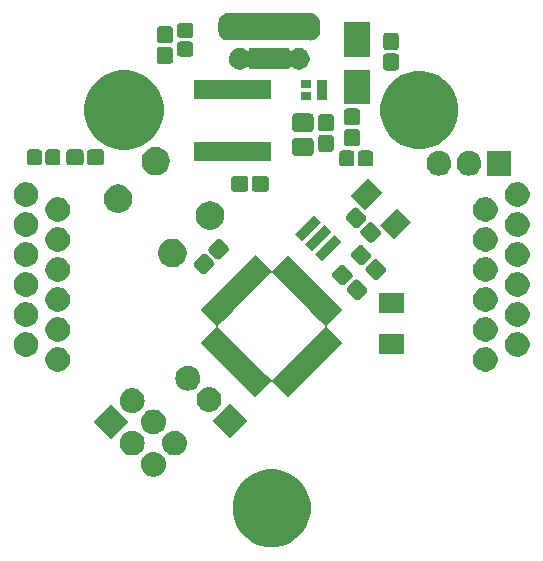
<source format=gts>
G04 #@! TF.GenerationSoftware,KiCad,Pcbnew,(5.0.0)*
G04 #@! TF.CreationDate,2019-01-09T16:44:40-03:00*
G04 #@! TF.ProjectId,PCB_D,5043425F442E6B696361645F70636200,rev?*
G04 #@! TF.SameCoordinates,Original*
G04 #@! TF.FileFunction,Soldermask,Top*
G04 #@! TF.FilePolarity,Negative*
%FSLAX46Y46*%
G04 Gerber Fmt 4.6, Leading zero omitted, Abs format (unit mm)*
G04 Created by KiCad (PCBNEW (5.0.0)) date 01/09/19 16:44:40*
%MOMM*%
%LPD*%
G01*
G04 APERTURE LIST*
%ADD10C,0.100000*%
G04 APERTURE END LIST*
D10*
G36*
X962574Y-17026817D02*
X1563135Y-17275577D01*
X2103630Y-17636725D01*
X2563275Y-18096370D01*
X2924423Y-18636865D01*
X3173183Y-19237426D01*
X3300000Y-19874977D01*
X3300000Y-20525023D01*
X3173183Y-21162574D01*
X2924423Y-21763135D01*
X2563275Y-22303630D01*
X2103630Y-22763275D01*
X1563135Y-23124423D01*
X962574Y-23373183D01*
X325023Y-23500000D01*
X-325023Y-23500000D01*
X-962574Y-23373183D01*
X-1563135Y-23124423D01*
X-2103630Y-22763275D01*
X-2563275Y-22303630D01*
X-2924423Y-21763135D01*
X-3173183Y-21162574D01*
X-3300000Y-20525023D01*
X-3300000Y-19874977D01*
X-3173183Y-19237426D01*
X-2924423Y-18636865D01*
X-2563275Y-18096370D01*
X-2103630Y-17636725D01*
X-1563135Y-17275577D01*
X-962574Y-17026817D01*
X-325023Y-16900000D01*
X325023Y-16900000D01*
X962574Y-17026817D01*
X962574Y-17026817D01*
G37*
G36*
X-9879191Y-15449698D02*
X-9802062Y-15457295D01*
X-9670111Y-15497322D01*
X-9604135Y-15517335D01*
X-9421726Y-15614835D01*
X-9261844Y-15746048D01*
X-9130631Y-15905930D01*
X-9033131Y-16088339D01*
X-9033131Y-16088340D01*
X-8973091Y-16286266D01*
X-8952818Y-16492102D01*
X-8973091Y-16697938D01*
X-9013118Y-16829889D01*
X-9033131Y-16895865D01*
X-9130631Y-17078274D01*
X-9261844Y-17238156D01*
X-9421726Y-17369369D01*
X-9604135Y-17466869D01*
X-9670111Y-17486882D01*
X-9802062Y-17526909D01*
X-9879191Y-17534505D01*
X-9956318Y-17542102D01*
X-10059478Y-17542102D01*
X-10136605Y-17534505D01*
X-10213734Y-17526909D01*
X-10345685Y-17486882D01*
X-10411661Y-17466869D01*
X-10594070Y-17369369D01*
X-10753952Y-17238156D01*
X-10885165Y-17078274D01*
X-10982665Y-16895865D01*
X-11002678Y-16829889D01*
X-11042705Y-16697938D01*
X-11062978Y-16492102D01*
X-11042705Y-16286266D01*
X-10982665Y-16088340D01*
X-10982665Y-16088339D01*
X-10885165Y-15905930D01*
X-10753952Y-15746048D01*
X-10594070Y-15614835D01*
X-10411661Y-15517335D01*
X-10345685Y-15497322D01*
X-10213734Y-15457295D01*
X-10136605Y-15449698D01*
X-10059478Y-15442102D01*
X-9956318Y-15442102D01*
X-9879191Y-15449698D01*
X-9879191Y-15449698D01*
G37*
G36*
X-11675242Y-13653648D02*
X-11598113Y-13661244D01*
X-11466162Y-13701271D01*
X-11400186Y-13721284D01*
X-11217777Y-13818784D01*
X-11057895Y-13949997D01*
X-10926682Y-14109879D01*
X-10829182Y-14292288D01*
X-10829182Y-14292289D01*
X-10769142Y-14490215D01*
X-10748869Y-14696051D01*
X-10769142Y-14901887D01*
X-10809169Y-15033838D01*
X-10829182Y-15099814D01*
X-10926682Y-15282223D01*
X-11057895Y-15442105D01*
X-11217777Y-15573318D01*
X-11400186Y-15670818D01*
X-11466162Y-15690831D01*
X-11598113Y-15730858D01*
X-11675242Y-15738455D01*
X-11752369Y-15746051D01*
X-11855529Y-15746051D01*
X-11932656Y-15738455D01*
X-12009785Y-15730858D01*
X-12141736Y-15690831D01*
X-12207712Y-15670818D01*
X-12390121Y-15573318D01*
X-12550003Y-15442105D01*
X-12681216Y-15282223D01*
X-12778716Y-15099814D01*
X-12798729Y-15033838D01*
X-12838756Y-14901887D01*
X-12859029Y-14696051D01*
X-12838756Y-14490215D01*
X-12778716Y-14292289D01*
X-12778716Y-14292288D01*
X-12681216Y-14109879D01*
X-12550003Y-13949997D01*
X-12390121Y-13818784D01*
X-12207712Y-13721284D01*
X-12141736Y-13701271D01*
X-12009785Y-13661244D01*
X-11932656Y-13653648D01*
X-11855529Y-13646051D01*
X-11752369Y-13646051D01*
X-11675242Y-13653648D01*
X-11675242Y-13653648D01*
G37*
G36*
X-8083139Y-13653648D02*
X-8006010Y-13661244D01*
X-7874059Y-13701271D01*
X-7808083Y-13721284D01*
X-7625674Y-13818784D01*
X-7465792Y-13949997D01*
X-7334579Y-14109879D01*
X-7237079Y-14292288D01*
X-7237079Y-14292289D01*
X-7177039Y-14490215D01*
X-7156766Y-14696051D01*
X-7177039Y-14901887D01*
X-7217066Y-15033838D01*
X-7237079Y-15099814D01*
X-7334579Y-15282223D01*
X-7465792Y-15442105D01*
X-7625674Y-15573318D01*
X-7808083Y-15670818D01*
X-7874059Y-15690831D01*
X-8006010Y-15730858D01*
X-8083139Y-15738455D01*
X-8160266Y-15746051D01*
X-8263426Y-15746051D01*
X-8340553Y-15738455D01*
X-8417682Y-15730858D01*
X-8549633Y-15690831D01*
X-8615609Y-15670818D01*
X-8798018Y-15573318D01*
X-8957900Y-15442105D01*
X-9089113Y-15282223D01*
X-9186613Y-15099814D01*
X-9206626Y-15033838D01*
X-9246653Y-14901887D01*
X-9266926Y-14696051D01*
X-9246653Y-14490215D01*
X-9186613Y-14292289D01*
X-9186613Y-14292288D01*
X-9089113Y-14109879D01*
X-8957900Y-13949997D01*
X-8798018Y-13818784D01*
X-8615609Y-13721284D01*
X-8549633Y-13701271D01*
X-8417682Y-13661244D01*
X-8340553Y-13653648D01*
X-8263426Y-13646051D01*
X-8160266Y-13646051D01*
X-8083139Y-13653648D01*
X-8083139Y-13653648D01*
G37*
G36*
X-12115075Y-12900000D02*
X-13600000Y-14384925D01*
X-15084925Y-12900000D01*
X-13600000Y-11415075D01*
X-12115075Y-12900000D01*
X-12115075Y-12900000D01*
G37*
G36*
X-2019024Y-12796051D02*
X-3503949Y-14280976D01*
X-4988874Y-12796051D01*
X-3503949Y-11311126D01*
X-2019024Y-12796051D01*
X-2019024Y-12796051D01*
G37*
G36*
X-9879191Y-11857596D02*
X-9802062Y-11865193D01*
X-9670111Y-11905220D01*
X-9604135Y-11925233D01*
X-9421726Y-12022733D01*
X-9261844Y-12153946D01*
X-9130631Y-12313828D01*
X-9033131Y-12496237D01*
X-9033131Y-12496238D01*
X-8973091Y-12694164D01*
X-8952818Y-12900000D01*
X-8973091Y-13105836D01*
X-9013118Y-13237787D01*
X-9033131Y-13303763D01*
X-9130631Y-13486172D01*
X-9261844Y-13646054D01*
X-9421726Y-13777267D01*
X-9604135Y-13874767D01*
X-9670111Y-13894780D01*
X-9802062Y-13934807D01*
X-9879191Y-13942404D01*
X-9956318Y-13950000D01*
X-10059478Y-13950000D01*
X-10136605Y-13942404D01*
X-10213734Y-13934807D01*
X-10345685Y-13894780D01*
X-10411661Y-13874767D01*
X-10594070Y-13777267D01*
X-10753952Y-13646054D01*
X-10885165Y-13486172D01*
X-10982665Y-13303763D01*
X-11002678Y-13237787D01*
X-11042705Y-13105836D01*
X-11062978Y-12900000D01*
X-11042705Y-12694164D01*
X-10982665Y-12496238D01*
X-10982665Y-12496237D01*
X-10885165Y-12313828D01*
X-10753952Y-12153946D01*
X-10594070Y-12022733D01*
X-10411661Y-11925233D01*
X-10345685Y-11905220D01*
X-10213734Y-11865193D01*
X-10136605Y-11857596D01*
X-10059478Y-11850000D01*
X-9956318Y-11850000D01*
X-9879191Y-11857596D01*
X-9879191Y-11857596D01*
G37*
G36*
X-11675242Y-10061546D02*
X-11598113Y-10069142D01*
X-11466162Y-10109169D01*
X-11400186Y-10129182D01*
X-11217777Y-10226682D01*
X-11057895Y-10357895D01*
X-10926682Y-10517777D01*
X-10829182Y-10700186D01*
X-10829182Y-10700187D01*
X-10769142Y-10898113D01*
X-10748869Y-11103949D01*
X-10769142Y-11309785D01*
X-10797650Y-11403762D01*
X-10829182Y-11507712D01*
X-10926682Y-11690121D01*
X-11057895Y-11850003D01*
X-11217777Y-11981216D01*
X-11400186Y-12078716D01*
X-11466162Y-12098729D01*
X-11598113Y-12138756D01*
X-11675242Y-12146353D01*
X-11752369Y-12153949D01*
X-11855529Y-12153949D01*
X-11932656Y-12146353D01*
X-12009785Y-12138756D01*
X-12141736Y-12098729D01*
X-12207712Y-12078716D01*
X-12390121Y-11981216D01*
X-12550003Y-11850003D01*
X-12681216Y-11690121D01*
X-12778716Y-11507712D01*
X-12810248Y-11403762D01*
X-12838756Y-11309785D01*
X-12859029Y-11103949D01*
X-12838756Y-10898113D01*
X-12778716Y-10700187D01*
X-12778716Y-10700186D01*
X-12681216Y-10517777D01*
X-12550003Y-10357895D01*
X-12390121Y-10226682D01*
X-12207712Y-10129182D01*
X-12141736Y-10109169D01*
X-12009785Y-10069142D01*
X-11932656Y-10061546D01*
X-11855529Y-10053949D01*
X-11752369Y-10053949D01*
X-11675242Y-10061546D01*
X-11675242Y-10061546D01*
G37*
G36*
X-5171293Y-9957597D02*
X-5094164Y-9965193D01*
X-4962213Y-10005220D01*
X-4896237Y-10025233D01*
X-4713828Y-10122733D01*
X-4553946Y-10253946D01*
X-4422733Y-10413828D01*
X-4325233Y-10596237D01*
X-4325233Y-10596238D01*
X-4265193Y-10794164D01*
X-4244920Y-11000000D01*
X-4265193Y-11205836D01*
X-4297132Y-11311126D01*
X-4325233Y-11403763D01*
X-4422733Y-11586172D01*
X-4553946Y-11746054D01*
X-4713828Y-11877267D01*
X-4896237Y-11974767D01*
X-4962213Y-11994780D01*
X-5094164Y-12034807D01*
X-5171293Y-12042403D01*
X-5248420Y-12050000D01*
X-5351580Y-12050000D01*
X-5428707Y-12042403D01*
X-5505836Y-12034807D01*
X-5637787Y-11994780D01*
X-5703763Y-11974767D01*
X-5886172Y-11877267D01*
X-6046054Y-11746054D01*
X-6177267Y-11586172D01*
X-6274767Y-11403763D01*
X-6302868Y-11311126D01*
X-6334807Y-11205836D01*
X-6355080Y-11000000D01*
X-6334807Y-10794164D01*
X-6274767Y-10596238D01*
X-6274767Y-10596237D01*
X-6177267Y-10413828D01*
X-6046054Y-10253946D01*
X-5886172Y-10122733D01*
X-5703763Y-10025233D01*
X-5637787Y-10005220D01*
X-5505836Y-9965193D01*
X-5428707Y-9957597D01*
X-5351580Y-9950000D01*
X-5248420Y-9950000D01*
X-5171293Y-9957597D01*
X-5171293Y-9957597D01*
G37*
G36*
X4985098Y-2360476D02*
X4985103Y-2360482D01*
X5267946Y-2643325D01*
X5267952Y-2643330D01*
X6028086Y-3403464D01*
X4719938Y-4711612D01*
X4704392Y-4730554D01*
X4692841Y-4752165D01*
X4685728Y-4775614D01*
X4683326Y-4800000D01*
X4685728Y-4824386D01*
X4692841Y-4847835D01*
X4704392Y-4869446D01*
X4719938Y-4888388D01*
X6028086Y-6196536D01*
X1396536Y-10828086D01*
X88388Y-9519938D01*
X69446Y-9504392D01*
X47835Y-9492841D01*
X24386Y-9485728D01*
X0Y-9483326D01*
X-24386Y-9485728D01*
X-47835Y-9492841D01*
X-69446Y-9504392D01*
X-88388Y-9519938D01*
X-1396536Y-10828086D01*
X-6028086Y-6196536D01*
X-4719938Y-4888388D01*
X-4704392Y-4869446D01*
X-4692841Y-4847835D01*
X-4685728Y-4824386D01*
X-4683326Y-4800000D01*
X-4544418Y-4800000D01*
X-4542016Y-4824386D01*
X-4534903Y-4847835D01*
X-4523352Y-4869446D01*
X-4507806Y-4888388D01*
X-4136570Y-5259624D01*
X-4136564Y-5259629D01*
X-3288061Y-6108132D01*
X-3288057Y-6108137D01*
X-1308138Y-8088056D01*
X-1308131Y-8088062D01*
X-459629Y-8936564D01*
X-459625Y-8936569D01*
X-88388Y-9307806D01*
X-69446Y-9323352D01*
X-47835Y-9334903D01*
X-24386Y-9342016D01*
X0Y-9344418D01*
X24386Y-9342016D01*
X47836Y-9334903D01*
X69446Y-9323352D01*
X88388Y-9307806D01*
X459625Y-8936569D01*
X459629Y-8936564D01*
X1308137Y-8088056D01*
X1308143Y-8088051D01*
X3005204Y-6390990D01*
X3288052Y-6108143D01*
X3288056Y-6108137D01*
X4136564Y-5259629D01*
X4136570Y-5259624D01*
X4507806Y-4888388D01*
X4523352Y-4869446D01*
X4534903Y-4847835D01*
X4542016Y-4824386D01*
X4544418Y-4800000D01*
X4542016Y-4775614D01*
X4534903Y-4752164D01*
X4523352Y-4730554D01*
X4507806Y-4711612D01*
X4136575Y-4340381D01*
X4136569Y-4340376D01*
X3288052Y-3491859D01*
X3288047Y-3491853D01*
X1308148Y-1511954D01*
X1308142Y-1511949D01*
X459625Y-663432D01*
X459620Y-663426D01*
X88388Y-292194D01*
X69446Y-276648D01*
X47835Y-265097D01*
X24386Y-257984D01*
X0Y-255582D01*
X-24386Y-257984D01*
X-47835Y-265097D01*
X-69446Y-276648D01*
X-88388Y-292194D01*
X-459620Y-663426D01*
X-459625Y-663432D01*
X-1308142Y-1511949D01*
X-1308148Y-1511954D01*
X-3288047Y-3491853D01*
X-3288052Y-3491859D01*
X-4136569Y-4340376D01*
X-4136575Y-4340381D01*
X-4507806Y-4711612D01*
X-4523352Y-4730554D01*
X-4534903Y-4752165D01*
X-4542016Y-4775614D01*
X-4544418Y-4800000D01*
X-4683326Y-4800000D01*
X-4685728Y-4775614D01*
X-4692841Y-4752165D01*
X-4704392Y-4730554D01*
X-4719938Y-4711612D01*
X-6028086Y-3403464D01*
X-5267952Y-2643330D01*
X-5267946Y-2643325D01*
X-4985103Y-2360482D01*
X-4985098Y-2360476D01*
X-1396536Y1228086D01*
X-88388Y-80062D01*
X-69446Y-95608D01*
X-47835Y-107159D01*
X-24386Y-114272D01*
X0Y-116674D01*
X24386Y-114272D01*
X47835Y-107159D01*
X69446Y-95608D01*
X88388Y-80062D01*
X1396536Y1228086D01*
X4985098Y-2360476D01*
X4985098Y-2360476D01*
G37*
G36*
X-6967344Y-8161545D02*
X-6890215Y-8169142D01*
X-6758264Y-8209169D01*
X-6692288Y-8229182D01*
X-6509879Y-8326682D01*
X-6349997Y-8457895D01*
X-6218784Y-8617777D01*
X-6121284Y-8800186D01*
X-6121284Y-8800187D01*
X-6061244Y-8998113D01*
X-6040971Y-9203949D01*
X-6061244Y-9409785D01*
X-6101271Y-9541736D01*
X-6121284Y-9607712D01*
X-6218784Y-9790121D01*
X-6349997Y-9950003D01*
X-6509879Y-10081216D01*
X-6692288Y-10178716D01*
X-6758264Y-10198729D01*
X-6890215Y-10238756D01*
X-6967344Y-10246353D01*
X-7044471Y-10253949D01*
X-7147631Y-10253949D01*
X-7224758Y-10246353D01*
X-7301887Y-10238756D01*
X-7433838Y-10198729D01*
X-7499814Y-10178716D01*
X-7682223Y-10081216D01*
X-7842105Y-9950003D01*
X-7973318Y-9790121D01*
X-8070818Y-9607712D01*
X-8090831Y-9541736D01*
X-8130858Y-9409785D01*
X-8151131Y-9203949D01*
X-8130858Y-8998113D01*
X-8070818Y-8800187D01*
X-8070818Y-8800186D01*
X-7973318Y-8617777D01*
X-7842105Y-8457895D01*
X-7682223Y-8326682D01*
X-7499814Y-8229182D01*
X-7433838Y-8209169D01*
X-7301887Y-8169142D01*
X-7224758Y-8161545D01*
X-7147631Y-8153949D01*
X-7044471Y-8153949D01*
X-6967344Y-8161545D01*
X-6967344Y-8161545D01*
G37*
G36*
X18225888Y-6574470D02*
X18406274Y-6610350D01*
X18597362Y-6689502D01*
X18769336Y-6804411D01*
X18915589Y-6950664D01*
X19030498Y-7122638D01*
X19109650Y-7313726D01*
X19150000Y-7516584D01*
X19150000Y-7723416D01*
X19109650Y-7926274D01*
X19030498Y-8117362D01*
X18915589Y-8289336D01*
X18769336Y-8435589D01*
X18597362Y-8550498D01*
X18406274Y-8629650D01*
X18225888Y-8665530D01*
X18203417Y-8670000D01*
X17996583Y-8670000D01*
X17974112Y-8665530D01*
X17793726Y-8629650D01*
X17602638Y-8550498D01*
X17430664Y-8435589D01*
X17284411Y-8289336D01*
X17169502Y-8117362D01*
X17090350Y-7926274D01*
X17050000Y-7723416D01*
X17050000Y-7516584D01*
X17090350Y-7313726D01*
X17169502Y-7122638D01*
X17284411Y-6950664D01*
X17430664Y-6804411D01*
X17602638Y-6689502D01*
X17793726Y-6610350D01*
X17974112Y-6574470D01*
X17996583Y-6570000D01*
X18203417Y-6570000D01*
X18225888Y-6574470D01*
X18225888Y-6574470D01*
G37*
G36*
X-17974112Y-6574470D02*
X-17793726Y-6610350D01*
X-17602638Y-6689502D01*
X-17430664Y-6804411D01*
X-17284411Y-6950664D01*
X-17169502Y-7122638D01*
X-17090350Y-7313726D01*
X-17050000Y-7516584D01*
X-17050000Y-7723416D01*
X-17090350Y-7926274D01*
X-17169502Y-8117362D01*
X-17284411Y-8289336D01*
X-17430664Y-8435589D01*
X-17602638Y-8550498D01*
X-17793726Y-8629650D01*
X-17974112Y-8665530D01*
X-17996583Y-8670000D01*
X-18203417Y-8670000D01*
X-18225888Y-8665530D01*
X-18406274Y-8629650D01*
X-18597362Y-8550498D01*
X-18769336Y-8435589D01*
X-18915589Y-8289336D01*
X-19030498Y-8117362D01*
X-19109650Y-7926274D01*
X-19150000Y-7723416D01*
X-19150000Y-7516584D01*
X-19109650Y-7313726D01*
X-19030498Y-7122638D01*
X-18915589Y-6950664D01*
X-18769336Y-6804411D01*
X-18597362Y-6689502D01*
X-18406274Y-6610350D01*
X-18225888Y-6574470D01*
X-18203417Y-6570000D01*
X-17996583Y-6570000D01*
X-17974112Y-6574470D01*
X-17974112Y-6574470D01*
G37*
G36*
X20925888Y-5304470D02*
X21106274Y-5340350D01*
X21297362Y-5419502D01*
X21469336Y-5534411D01*
X21615589Y-5680664D01*
X21730498Y-5852638D01*
X21809650Y-6043726D01*
X21850000Y-6246584D01*
X21850000Y-6453416D01*
X21809650Y-6656274D01*
X21730498Y-6847362D01*
X21615589Y-7019336D01*
X21469336Y-7165589D01*
X21297362Y-7280498D01*
X21106274Y-7359650D01*
X20925888Y-7395530D01*
X20903417Y-7400000D01*
X20696583Y-7400000D01*
X20674112Y-7395530D01*
X20493726Y-7359650D01*
X20302638Y-7280498D01*
X20130664Y-7165589D01*
X19984411Y-7019336D01*
X19869502Y-6847362D01*
X19790350Y-6656274D01*
X19750000Y-6453416D01*
X19750000Y-6246584D01*
X19790350Y-6043726D01*
X19869502Y-5852638D01*
X19984411Y-5680664D01*
X20130664Y-5534411D01*
X20302638Y-5419502D01*
X20493726Y-5340350D01*
X20674112Y-5304470D01*
X20696583Y-5300000D01*
X20903417Y-5300000D01*
X20925888Y-5304470D01*
X20925888Y-5304470D01*
G37*
G36*
X-20674112Y-5304470D02*
X-20493726Y-5340350D01*
X-20302638Y-5419502D01*
X-20130664Y-5534411D01*
X-19984411Y-5680664D01*
X-19869502Y-5852638D01*
X-19790350Y-6043726D01*
X-19750000Y-6246584D01*
X-19750000Y-6453416D01*
X-19790350Y-6656274D01*
X-19869502Y-6847362D01*
X-19984411Y-7019336D01*
X-20130664Y-7165589D01*
X-20302638Y-7280498D01*
X-20493726Y-7359650D01*
X-20674112Y-7395530D01*
X-20696583Y-7400000D01*
X-20903417Y-7400000D01*
X-20925888Y-7395530D01*
X-21106274Y-7359650D01*
X-21297362Y-7280498D01*
X-21469336Y-7165589D01*
X-21615589Y-7019336D01*
X-21730498Y-6847362D01*
X-21809650Y-6656274D01*
X-21850000Y-6453416D01*
X-21850000Y-6246584D01*
X-21809650Y-6043726D01*
X-21730498Y-5852638D01*
X-21615589Y-5680664D01*
X-21469336Y-5534411D01*
X-21297362Y-5419502D01*
X-21106274Y-5340350D01*
X-20925888Y-5304470D01*
X-20903417Y-5300000D01*
X-20696583Y-5300000D01*
X-20674112Y-5304470D01*
X-20674112Y-5304470D01*
G37*
G36*
X11210000Y-7172000D02*
X9110000Y-7172000D01*
X9110000Y-5472000D01*
X11210000Y-5472000D01*
X11210000Y-7172000D01*
X11210000Y-7172000D01*
G37*
G36*
X-17974112Y-4034470D02*
X-17793726Y-4070350D01*
X-17602638Y-4149502D01*
X-17430664Y-4264411D01*
X-17284411Y-4410664D01*
X-17169502Y-4582638D01*
X-17090350Y-4773726D01*
X-17050000Y-4976584D01*
X-17050000Y-5183416D01*
X-17090350Y-5386274D01*
X-17169502Y-5577362D01*
X-17284411Y-5749336D01*
X-17430664Y-5895589D01*
X-17602638Y-6010498D01*
X-17793726Y-6089650D01*
X-17974112Y-6125530D01*
X-17996583Y-6130000D01*
X-18203417Y-6130000D01*
X-18225888Y-6125530D01*
X-18406274Y-6089650D01*
X-18597362Y-6010498D01*
X-18769336Y-5895589D01*
X-18915589Y-5749336D01*
X-19030498Y-5577362D01*
X-19109650Y-5386274D01*
X-19150000Y-5183416D01*
X-19150000Y-4976584D01*
X-19109650Y-4773726D01*
X-19030498Y-4582638D01*
X-18915589Y-4410664D01*
X-18769336Y-4264411D01*
X-18597362Y-4149502D01*
X-18406274Y-4070350D01*
X-18225888Y-4034470D01*
X-18203417Y-4030000D01*
X-17996583Y-4030000D01*
X-17974112Y-4034470D01*
X-17974112Y-4034470D01*
G37*
G36*
X18225888Y-4034470D02*
X18406274Y-4070350D01*
X18597362Y-4149502D01*
X18769336Y-4264411D01*
X18915589Y-4410664D01*
X19030498Y-4582638D01*
X19109650Y-4773726D01*
X19150000Y-4976584D01*
X19150000Y-5183416D01*
X19109650Y-5386274D01*
X19030498Y-5577362D01*
X18915589Y-5749336D01*
X18769336Y-5895589D01*
X18597362Y-6010498D01*
X18406274Y-6089650D01*
X18225888Y-6125530D01*
X18203417Y-6130000D01*
X17996583Y-6130000D01*
X17974112Y-6125530D01*
X17793726Y-6089650D01*
X17602638Y-6010498D01*
X17430664Y-5895589D01*
X17284411Y-5749336D01*
X17169502Y-5577362D01*
X17090350Y-5386274D01*
X17050000Y-5183416D01*
X17050000Y-4976584D01*
X17090350Y-4773726D01*
X17169502Y-4582638D01*
X17284411Y-4410664D01*
X17430664Y-4264411D01*
X17602638Y-4149502D01*
X17793726Y-4070350D01*
X17974112Y-4034470D01*
X17996583Y-4030000D01*
X18203417Y-4030000D01*
X18225888Y-4034470D01*
X18225888Y-4034470D01*
G37*
G36*
X20925888Y-2764470D02*
X21106274Y-2800350D01*
X21297362Y-2879502D01*
X21469336Y-2994411D01*
X21615589Y-3140664D01*
X21730498Y-3312638D01*
X21809650Y-3503726D01*
X21850000Y-3706584D01*
X21850000Y-3913416D01*
X21809650Y-4116274D01*
X21730498Y-4307362D01*
X21615589Y-4479336D01*
X21469336Y-4625589D01*
X21297362Y-4740498D01*
X21106274Y-4819650D01*
X20925888Y-4855530D01*
X20903417Y-4860000D01*
X20696583Y-4860000D01*
X20674112Y-4855530D01*
X20493726Y-4819650D01*
X20302638Y-4740498D01*
X20130664Y-4625589D01*
X19984411Y-4479336D01*
X19869502Y-4307362D01*
X19790350Y-4116274D01*
X19750000Y-3913416D01*
X19750000Y-3706584D01*
X19790350Y-3503726D01*
X19869502Y-3312638D01*
X19984411Y-3140664D01*
X20130664Y-2994411D01*
X20302638Y-2879502D01*
X20493726Y-2800350D01*
X20674112Y-2764470D01*
X20696583Y-2760000D01*
X20903417Y-2760000D01*
X20925888Y-2764470D01*
X20925888Y-2764470D01*
G37*
G36*
X-20674112Y-2764470D02*
X-20493726Y-2800350D01*
X-20302638Y-2879502D01*
X-20130664Y-2994411D01*
X-19984411Y-3140664D01*
X-19869502Y-3312638D01*
X-19790350Y-3503726D01*
X-19750000Y-3706584D01*
X-19750000Y-3913416D01*
X-19790350Y-4116274D01*
X-19869502Y-4307362D01*
X-19984411Y-4479336D01*
X-20130664Y-4625589D01*
X-20302638Y-4740498D01*
X-20493726Y-4819650D01*
X-20674112Y-4855530D01*
X-20696583Y-4860000D01*
X-20903417Y-4860000D01*
X-20925888Y-4855530D01*
X-21106274Y-4819650D01*
X-21297362Y-4740498D01*
X-21469336Y-4625589D01*
X-21615589Y-4479336D01*
X-21730498Y-4307362D01*
X-21809650Y-4116274D01*
X-21850000Y-3913416D01*
X-21850000Y-3706584D01*
X-21809650Y-3503726D01*
X-21730498Y-3312638D01*
X-21615589Y-3140664D01*
X-21469336Y-2994411D01*
X-21297362Y-2879502D01*
X-21106274Y-2800350D01*
X-20925888Y-2764470D01*
X-20903417Y-2760000D01*
X-20696583Y-2760000D01*
X-20674112Y-2764470D01*
X-20674112Y-2764470D01*
G37*
G36*
X11210000Y-3672000D02*
X9110000Y-3672000D01*
X9110000Y-1972000D01*
X11210000Y-1972000D01*
X11210000Y-3672000D01*
X11210000Y-3672000D01*
G37*
G36*
X18225888Y-1494470D02*
X18406274Y-1530350D01*
X18597362Y-1609502D01*
X18769336Y-1724411D01*
X18915589Y-1870664D01*
X19030498Y-2042638D01*
X19109650Y-2233726D01*
X19150000Y-2436584D01*
X19150000Y-2643416D01*
X19109650Y-2846274D01*
X19030498Y-3037362D01*
X18915589Y-3209336D01*
X18769336Y-3355589D01*
X18597362Y-3470498D01*
X18406274Y-3549650D01*
X18225888Y-3585530D01*
X18203417Y-3590000D01*
X17996583Y-3590000D01*
X17974112Y-3585530D01*
X17793726Y-3549650D01*
X17602638Y-3470498D01*
X17430664Y-3355589D01*
X17284411Y-3209336D01*
X17169502Y-3037362D01*
X17090350Y-2846274D01*
X17050000Y-2643416D01*
X17050000Y-2436584D01*
X17090350Y-2233726D01*
X17169502Y-2042638D01*
X17284411Y-1870664D01*
X17430664Y-1724411D01*
X17602638Y-1609502D01*
X17793726Y-1530350D01*
X17974112Y-1494470D01*
X17996583Y-1490000D01*
X18203417Y-1490000D01*
X18225888Y-1494470D01*
X18225888Y-1494470D01*
G37*
G36*
X-17974112Y-1494470D02*
X-17793726Y-1530350D01*
X-17602638Y-1609502D01*
X-17430664Y-1724411D01*
X-17284411Y-1870664D01*
X-17169502Y-2042638D01*
X-17090350Y-2233726D01*
X-17050000Y-2436584D01*
X-17050000Y-2643416D01*
X-17090350Y-2846274D01*
X-17169502Y-3037362D01*
X-17284411Y-3209336D01*
X-17430664Y-3355589D01*
X-17602638Y-3470498D01*
X-17793726Y-3549650D01*
X-17974112Y-3585530D01*
X-17996583Y-3590000D01*
X-18203417Y-3590000D01*
X-18225888Y-3585530D01*
X-18406274Y-3549650D01*
X-18597362Y-3470498D01*
X-18769336Y-3355589D01*
X-18915589Y-3209336D01*
X-19030498Y-3037362D01*
X-19109650Y-2846274D01*
X-19150000Y-2643416D01*
X-19150000Y-2436584D01*
X-19109650Y-2233726D01*
X-19030498Y-2042638D01*
X-18915589Y-1870664D01*
X-18769336Y-1724411D01*
X-18597362Y-1609502D01*
X-18406274Y-1530350D01*
X-18225888Y-1494470D01*
X-18203417Y-1490000D01*
X-17996583Y-1490000D01*
X-17974112Y-1494470D01*
X-17974112Y-1494470D01*
G37*
G36*
X7236893Y-848554D02*
X7288373Y-864170D01*
X7335805Y-889523D01*
X7382167Y-927571D01*
X8009865Y-1555269D01*
X8047913Y-1601631D01*
X8073266Y-1649063D01*
X8088882Y-1700543D01*
X8094154Y-1754073D01*
X8088882Y-1807603D01*
X8073266Y-1859083D01*
X8047913Y-1906515D01*
X8009865Y-1952877D01*
X7452877Y-2509865D01*
X7406515Y-2547913D01*
X7359083Y-2573266D01*
X7307603Y-2588882D01*
X7254073Y-2594154D01*
X7200543Y-2588882D01*
X7149063Y-2573266D01*
X7101631Y-2547913D01*
X7055269Y-2509865D01*
X6427571Y-1882167D01*
X6389523Y-1835805D01*
X6364170Y-1788373D01*
X6348554Y-1736893D01*
X6343282Y-1683363D01*
X6348554Y-1629833D01*
X6364170Y-1578353D01*
X6389523Y-1530921D01*
X6427571Y-1484559D01*
X6984559Y-927571D01*
X7030921Y-889523D01*
X7078353Y-864170D01*
X7129833Y-848554D01*
X7183363Y-843282D01*
X7236893Y-848554D01*
X7236893Y-848554D01*
G37*
G36*
X-20674112Y-224470D02*
X-20493726Y-260350D01*
X-20302638Y-339502D01*
X-20130664Y-454411D01*
X-19984411Y-600664D01*
X-19869502Y-772638D01*
X-19790350Y-963726D01*
X-19750000Y-1166584D01*
X-19750000Y-1373416D01*
X-19790350Y-1576274D01*
X-19869502Y-1767362D01*
X-19984411Y-1939336D01*
X-20130664Y-2085589D01*
X-20302638Y-2200498D01*
X-20493726Y-2279650D01*
X-20674112Y-2315530D01*
X-20696583Y-2320000D01*
X-20903417Y-2320000D01*
X-20925888Y-2315530D01*
X-21106274Y-2279650D01*
X-21297362Y-2200498D01*
X-21469336Y-2085589D01*
X-21615589Y-1939336D01*
X-21730498Y-1767362D01*
X-21809650Y-1576274D01*
X-21850000Y-1373416D01*
X-21850000Y-1166584D01*
X-21809650Y-963726D01*
X-21730498Y-772638D01*
X-21615589Y-600664D01*
X-21469336Y-454411D01*
X-21297362Y-339502D01*
X-21106274Y-260350D01*
X-20925888Y-224470D01*
X-20903417Y-220000D01*
X-20696583Y-220000D01*
X-20674112Y-224470D01*
X-20674112Y-224470D01*
G37*
G36*
X20925888Y-224470D02*
X21106274Y-260350D01*
X21297362Y-339502D01*
X21469336Y-454411D01*
X21615589Y-600664D01*
X21730498Y-772638D01*
X21809650Y-963726D01*
X21850000Y-1166584D01*
X21850000Y-1373416D01*
X21809650Y-1576274D01*
X21730498Y-1767362D01*
X21615589Y-1939336D01*
X21469336Y-2085589D01*
X21297362Y-2200498D01*
X21106274Y-2279650D01*
X20925888Y-2315530D01*
X20903417Y-2320000D01*
X20696583Y-2320000D01*
X20674112Y-2315530D01*
X20493726Y-2279650D01*
X20302638Y-2200498D01*
X20130664Y-2085589D01*
X19984411Y-1939336D01*
X19869502Y-1767362D01*
X19790350Y-1576274D01*
X19750000Y-1373416D01*
X19750000Y-1166584D01*
X19790350Y-963726D01*
X19869502Y-772638D01*
X19984411Y-600664D01*
X20130664Y-454411D01*
X20302638Y-339502D01*
X20493726Y-260350D01*
X20674112Y-224470D01*
X20696583Y-220000D01*
X20903417Y-220000D01*
X20925888Y-224470D01*
X20925888Y-224470D01*
G37*
G36*
X5999457Y388882D02*
X6050937Y373266D01*
X6098369Y347913D01*
X6144731Y309865D01*
X6772429Y-317833D01*
X6810477Y-364195D01*
X6835830Y-411627D01*
X6851446Y-463107D01*
X6856718Y-516637D01*
X6851446Y-570167D01*
X6835830Y-621647D01*
X6810477Y-669079D01*
X6772429Y-715441D01*
X6215441Y-1272429D01*
X6169079Y-1310477D01*
X6121647Y-1335830D01*
X6070167Y-1351446D01*
X6016637Y-1356718D01*
X5963107Y-1351446D01*
X5911627Y-1335830D01*
X5864195Y-1310477D01*
X5817833Y-1272429D01*
X5190135Y-644731D01*
X5152087Y-598369D01*
X5126734Y-550937D01*
X5111118Y-499457D01*
X5105846Y-445927D01*
X5111118Y-392397D01*
X5126734Y-340917D01*
X5152087Y-293485D01*
X5190135Y-247123D01*
X5747123Y309865D01*
X5793485Y347913D01*
X5840917Y373266D01*
X5892397Y388882D01*
X5945927Y394154D01*
X5999457Y388882D01*
X5999457Y388882D01*
G37*
G36*
X18225888Y1045530D02*
X18406274Y1009650D01*
X18597362Y930498D01*
X18769336Y815589D01*
X18915589Y669336D01*
X19030498Y497362D01*
X19109650Y306274D01*
X19142120Y143032D01*
X19150000Y103417D01*
X19150000Y-103417D01*
X19148628Y-110316D01*
X19109650Y-306274D01*
X19030498Y-497362D01*
X18915589Y-669336D01*
X18769336Y-815589D01*
X18597362Y-930498D01*
X18406274Y-1009650D01*
X18225888Y-1045530D01*
X18203417Y-1050000D01*
X17996583Y-1050000D01*
X17974112Y-1045530D01*
X17793726Y-1009650D01*
X17602638Y-930498D01*
X17430664Y-815589D01*
X17284411Y-669336D01*
X17169502Y-497362D01*
X17090350Y-306274D01*
X17051372Y-110316D01*
X17050000Y-103417D01*
X17050000Y103417D01*
X17057880Y143032D01*
X17090350Y306274D01*
X17169502Y497362D01*
X17284411Y669336D01*
X17430664Y815589D01*
X17602638Y930498D01*
X17793726Y1009650D01*
X17974112Y1045530D01*
X17996583Y1050000D01*
X18203417Y1050000D01*
X18225888Y1045530D01*
X18225888Y1045530D01*
G37*
G36*
X-17974112Y1045530D02*
X-17793726Y1009650D01*
X-17602638Y930498D01*
X-17430664Y815589D01*
X-17284411Y669336D01*
X-17169502Y497362D01*
X-17090350Y306274D01*
X-17057880Y143032D01*
X-17050000Y103417D01*
X-17050000Y-103417D01*
X-17051372Y-110316D01*
X-17090350Y-306274D01*
X-17169502Y-497362D01*
X-17284411Y-669336D01*
X-17430664Y-815589D01*
X-17602638Y-930498D01*
X-17793726Y-1009650D01*
X-17974112Y-1045530D01*
X-17996583Y-1050000D01*
X-18203417Y-1050000D01*
X-18225888Y-1045530D01*
X-18406274Y-1009650D01*
X-18597362Y-930498D01*
X-18769336Y-815589D01*
X-18915589Y-669336D01*
X-19030498Y-497362D01*
X-19109650Y-306274D01*
X-19148628Y-110316D01*
X-19150000Y-103417D01*
X-19150000Y103417D01*
X-19142120Y143032D01*
X-19109650Y306274D01*
X-19030498Y497362D01*
X-18915589Y669336D01*
X-18769336Y815589D01*
X-18597362Y930498D01*
X-18406274Y1009650D01*
X-18225888Y1045530D01*
X-18203417Y1050000D01*
X-17996583Y1050000D01*
X-17974112Y1045530D01*
X-17974112Y1045530D01*
G37*
G36*
X8836893Y861046D02*
X8888373Y845430D01*
X8935805Y820077D01*
X8982167Y782029D01*
X9609865Y154331D01*
X9647913Y107969D01*
X9673266Y60537D01*
X9688882Y9057D01*
X9694154Y-44473D01*
X9688882Y-98003D01*
X9673266Y-149483D01*
X9647913Y-196915D01*
X9609865Y-243277D01*
X9052877Y-800265D01*
X9006515Y-838313D01*
X8959083Y-863666D01*
X8907603Y-879282D01*
X8854073Y-884554D01*
X8800543Y-879282D01*
X8749063Y-863666D01*
X8701631Y-838313D01*
X8655269Y-800265D01*
X8027571Y-172567D01*
X7989523Y-126205D01*
X7964170Y-78773D01*
X7948554Y-27293D01*
X7943282Y26237D01*
X7948554Y79767D01*
X7964170Y131247D01*
X7989523Y178679D01*
X8027571Y225041D01*
X8584559Y782029D01*
X8630921Y820077D01*
X8678353Y845430D01*
X8729833Y861046D01*
X8783363Y866318D01*
X8836893Y861046D01*
X8836893Y861046D01*
G37*
G36*
X-5629833Y1351446D02*
X-5578353Y1335830D01*
X-5530921Y1310477D01*
X-5484559Y1272429D01*
X-4927571Y715441D01*
X-4889523Y669079D01*
X-4864170Y621647D01*
X-4848554Y570167D01*
X-4843282Y516637D01*
X-4848554Y463107D01*
X-4864170Y411627D01*
X-4889523Y364195D01*
X-4927571Y317833D01*
X-5555269Y-309865D01*
X-5601631Y-347913D01*
X-5649063Y-373266D01*
X-5700543Y-388882D01*
X-5754073Y-394154D01*
X-5807603Y-388882D01*
X-5859083Y-373266D01*
X-5906515Y-347913D01*
X-5952877Y-309865D01*
X-6509865Y247123D01*
X-6547913Y293485D01*
X-6573266Y340917D01*
X-6588882Y392397D01*
X-6594154Y445927D01*
X-6588882Y499457D01*
X-6573266Y550937D01*
X-6547913Y598369D01*
X-6509865Y644731D01*
X-5882167Y1272429D01*
X-5835805Y1310477D01*
X-5788373Y1335830D01*
X-5736893Y1351446D01*
X-5683363Y1356718D01*
X-5629833Y1351446D01*
X-5629833Y1351446D01*
G37*
G36*
X-8049974Y2553885D02*
X-7831588Y2463427D01*
X-7635042Y2332099D01*
X-7467901Y2164958D01*
X-7336573Y1968412D01*
X-7246115Y1750026D01*
X-7200000Y1518191D01*
X-7200000Y1281809D01*
X-7246115Y1049974D01*
X-7336573Y831588D01*
X-7467901Y635042D01*
X-7635042Y467901D01*
X-7831588Y336573D01*
X-8049974Y246115D01*
X-8281809Y200000D01*
X-8518191Y200000D01*
X-8750026Y246115D01*
X-8968412Y336573D01*
X-9164958Y467901D01*
X-9332099Y635042D01*
X-9463427Y831588D01*
X-9553885Y1049974D01*
X-9600000Y1281809D01*
X-9600000Y1518191D01*
X-9553885Y1750026D01*
X-9463427Y1968412D01*
X-9332099Y2164958D01*
X-9164958Y2332099D01*
X-8968412Y2463427D01*
X-8750026Y2553885D01*
X-8518191Y2600000D01*
X-8281809Y2600000D01*
X-8049974Y2553885D01*
X-8049974Y2553885D01*
G37*
G36*
X-20676580Y2316021D02*
X-20493726Y2279650D01*
X-20302638Y2200498D01*
X-20130664Y2085589D01*
X-19984411Y1939336D01*
X-19869502Y1767362D01*
X-19790350Y1576274D01*
X-19764182Y1444714D01*
X-19750000Y1373417D01*
X-19750000Y1166583D01*
X-19754470Y1144112D01*
X-19790350Y963726D01*
X-19869502Y772638D01*
X-19984411Y600664D01*
X-20130664Y454411D01*
X-20302638Y339502D01*
X-20493726Y260350D01*
X-20671241Y225041D01*
X-20696583Y220000D01*
X-20903417Y220000D01*
X-20928759Y225041D01*
X-21106274Y260350D01*
X-21297362Y339502D01*
X-21469336Y454411D01*
X-21615589Y600664D01*
X-21730498Y772638D01*
X-21809650Y963726D01*
X-21845530Y1144112D01*
X-21850000Y1166583D01*
X-21850000Y1373417D01*
X-21835818Y1444714D01*
X-21809650Y1576274D01*
X-21730498Y1767362D01*
X-21615589Y1939336D01*
X-21469336Y2085589D01*
X-21297362Y2200498D01*
X-21106274Y2279650D01*
X-20923420Y2316021D01*
X-20903417Y2320000D01*
X-20696583Y2320000D01*
X-20676580Y2316021D01*
X-20676580Y2316021D01*
G37*
G36*
X20923420Y2316021D02*
X21106274Y2279650D01*
X21297362Y2200498D01*
X21469336Y2085589D01*
X21615589Y1939336D01*
X21730498Y1767362D01*
X21809650Y1576274D01*
X21835818Y1444714D01*
X21850000Y1373417D01*
X21850000Y1166583D01*
X21845530Y1144112D01*
X21809650Y963726D01*
X21730498Y772638D01*
X21615589Y600664D01*
X21469336Y454411D01*
X21297362Y339502D01*
X21106274Y260350D01*
X20928759Y225041D01*
X20903417Y220000D01*
X20696583Y220000D01*
X20671241Y225041D01*
X20493726Y260350D01*
X20302638Y339502D01*
X20130664Y454411D01*
X19984411Y600664D01*
X19869502Y772638D01*
X19790350Y963726D01*
X19754470Y1144112D01*
X19750000Y1166583D01*
X19750000Y1373417D01*
X19764182Y1444714D01*
X19790350Y1576274D01*
X19869502Y1767362D01*
X19984411Y1939336D01*
X20130664Y2085589D01*
X20302638Y2200498D01*
X20493726Y2279650D01*
X20676580Y2316021D01*
X20696583Y2320000D01*
X20903417Y2320000D01*
X20923420Y2316021D01*
X20923420Y2316021D01*
G37*
G36*
X7599457Y2098482D02*
X7650937Y2082866D01*
X7698369Y2057513D01*
X7744731Y2019465D01*
X8372429Y1391767D01*
X8410477Y1345405D01*
X8435830Y1297973D01*
X8451446Y1246493D01*
X8456718Y1192963D01*
X8451446Y1139433D01*
X8435830Y1087953D01*
X8410477Y1040521D01*
X8372429Y994159D01*
X7815441Y437171D01*
X7769079Y399123D01*
X7721647Y373770D01*
X7670167Y358154D01*
X7616637Y352882D01*
X7563107Y358154D01*
X7511627Y373770D01*
X7464195Y399123D01*
X7417833Y437171D01*
X6790135Y1064869D01*
X6752087Y1111231D01*
X6726734Y1158663D01*
X6711118Y1210143D01*
X6705846Y1263673D01*
X6711118Y1317203D01*
X6726734Y1368683D01*
X6752087Y1416115D01*
X6790135Y1462477D01*
X7347123Y2019465D01*
X7393485Y2057513D01*
X7440917Y2082866D01*
X7492397Y2098482D01*
X7545927Y2103754D01*
X7599457Y2098482D01*
X7599457Y2098482D01*
G37*
G36*
X5893073Y2333273D02*
X4266727Y706927D01*
X3701041Y1272613D01*
X5327387Y2898959D01*
X5893073Y2333273D01*
X5893073Y2333273D01*
G37*
G36*
X-4392397Y2588882D02*
X-4340917Y2573266D01*
X-4293485Y2547913D01*
X-4247123Y2509865D01*
X-3690135Y1952877D01*
X-3652087Y1906515D01*
X-3626734Y1859083D01*
X-3611118Y1807603D01*
X-3605846Y1754073D01*
X-3611118Y1700543D01*
X-3626734Y1649063D01*
X-3652087Y1601631D01*
X-3690135Y1555269D01*
X-4317833Y927571D01*
X-4364195Y889523D01*
X-4411627Y864170D01*
X-4463107Y848554D01*
X-4516637Y843282D01*
X-4570167Y848554D01*
X-4621647Y864170D01*
X-4669079Y889523D01*
X-4715441Y927571D01*
X-5272429Y1484559D01*
X-5310477Y1530921D01*
X-5335830Y1578353D01*
X-5351446Y1629833D01*
X-5356718Y1683363D01*
X-5351446Y1736893D01*
X-5335830Y1788373D01*
X-5310477Y1835805D01*
X-5272429Y1882167D01*
X-4644731Y2509865D01*
X-4598369Y2547913D01*
X-4550937Y2573266D01*
X-4499457Y2588882D01*
X-4445927Y2594154D01*
X-4392397Y2588882D01*
X-4392397Y2588882D01*
G37*
G36*
X18219650Y3586771D02*
X18406274Y3549650D01*
X18597362Y3470498D01*
X18769336Y3355589D01*
X18915589Y3209336D01*
X19030498Y3037362D01*
X19109650Y2846274D01*
X19150000Y2643416D01*
X19150000Y2436584D01*
X19109650Y2233726D01*
X19030498Y2042638D01*
X18915589Y1870664D01*
X18769336Y1724411D01*
X18597362Y1609502D01*
X18406274Y1530350D01*
X18232867Y1495858D01*
X18203417Y1490000D01*
X17996583Y1490000D01*
X17967133Y1495858D01*
X17793726Y1530350D01*
X17602638Y1609502D01*
X17430664Y1724411D01*
X17284411Y1870664D01*
X17169502Y2042638D01*
X17090350Y2233726D01*
X17050000Y2436584D01*
X17050000Y2643416D01*
X17090350Y2846274D01*
X17169502Y3037362D01*
X17284411Y3209336D01*
X17430664Y3355589D01*
X17602638Y3470498D01*
X17793726Y3549650D01*
X17980350Y3586771D01*
X17996583Y3590000D01*
X18203417Y3590000D01*
X18219650Y3586771D01*
X18219650Y3586771D01*
G37*
G36*
X-17980350Y3586771D02*
X-17793726Y3549650D01*
X-17602638Y3470498D01*
X-17430664Y3355589D01*
X-17284411Y3209336D01*
X-17169502Y3037362D01*
X-17090350Y2846274D01*
X-17050000Y2643416D01*
X-17050000Y2436584D01*
X-17090350Y2233726D01*
X-17169502Y2042638D01*
X-17284411Y1870664D01*
X-17430664Y1724411D01*
X-17602638Y1609502D01*
X-17793726Y1530350D01*
X-17967133Y1495858D01*
X-17996583Y1490000D01*
X-18203417Y1490000D01*
X-18232867Y1495858D01*
X-18406274Y1530350D01*
X-18597362Y1609502D01*
X-18769336Y1724411D01*
X-18915589Y1870664D01*
X-19030498Y2042638D01*
X-19109650Y2233726D01*
X-19150000Y2436584D01*
X-19150000Y2643416D01*
X-19109650Y2846274D01*
X-19030498Y3037362D01*
X-18915589Y3209336D01*
X-18769336Y3355589D01*
X-18597362Y3470498D01*
X-18406274Y3549650D01*
X-18219650Y3586771D01*
X-18203417Y3590000D01*
X-17996583Y3590000D01*
X-17980350Y3586771D01*
X-17980350Y3586771D01*
G37*
G36*
X5044544Y3181801D02*
X3418198Y1555455D01*
X2852512Y2121141D01*
X4478858Y3747487D01*
X5044544Y3181801D01*
X5044544Y3181801D01*
G37*
G36*
X8409293Y4010646D02*
X8460773Y3995030D01*
X8508205Y3969677D01*
X8554567Y3931629D01*
X9182265Y3303931D01*
X9220313Y3257569D01*
X9245666Y3210137D01*
X9261282Y3158657D01*
X9266554Y3105127D01*
X9261282Y3051597D01*
X9245666Y3000117D01*
X9220313Y2952685D01*
X9182265Y2906323D01*
X8625277Y2349335D01*
X8578915Y2311287D01*
X8531483Y2285934D01*
X8480003Y2270318D01*
X8426473Y2265046D01*
X8372943Y2270318D01*
X8321463Y2285934D01*
X8274031Y2311287D01*
X8227669Y2349335D01*
X7599971Y2977033D01*
X7561923Y3023395D01*
X7536570Y3070827D01*
X7520954Y3122307D01*
X7515682Y3175837D01*
X7520954Y3229367D01*
X7536570Y3280847D01*
X7561923Y3328279D01*
X7599971Y3374641D01*
X8156959Y3931629D01*
X8203321Y3969677D01*
X8250753Y3995030D01*
X8302233Y4010646D01*
X8355763Y4015918D01*
X8409293Y4010646D01*
X8409293Y4010646D01*
G37*
G36*
X4196016Y4030330D02*
X2569670Y2403984D01*
X2003984Y2969670D01*
X3630330Y4596016D01*
X4196016Y4030330D01*
X4196016Y4030330D01*
G37*
G36*
X11826541Y4034784D02*
X10341616Y2549859D01*
X9139533Y3751942D01*
X10624458Y5236867D01*
X11826541Y4034784D01*
X11826541Y4034784D01*
G37*
G36*
X20925888Y4855530D02*
X21106274Y4819650D01*
X21297362Y4740498D01*
X21469336Y4625589D01*
X21615589Y4479336D01*
X21730498Y4307362D01*
X21809650Y4116274D01*
X21850000Y3913416D01*
X21850000Y3706584D01*
X21809650Y3503726D01*
X21730498Y3312638D01*
X21615589Y3140664D01*
X21469336Y2994411D01*
X21297362Y2879502D01*
X21106274Y2800350D01*
X20925888Y2764470D01*
X20903417Y2760000D01*
X20696583Y2760000D01*
X20674112Y2764470D01*
X20493726Y2800350D01*
X20302638Y2879502D01*
X20130664Y2994411D01*
X19984411Y3140664D01*
X19869502Y3312638D01*
X19790350Y3503726D01*
X19750000Y3706584D01*
X19750000Y3913416D01*
X19790350Y4116274D01*
X19869502Y4307362D01*
X19984411Y4479336D01*
X20130664Y4625589D01*
X20302638Y4740498D01*
X20493726Y4819650D01*
X20674112Y4855530D01*
X20696583Y4860000D01*
X20903417Y4860000D01*
X20925888Y4855530D01*
X20925888Y4855530D01*
G37*
G36*
X-20674112Y4855530D02*
X-20493726Y4819650D01*
X-20302638Y4740498D01*
X-20130664Y4625589D01*
X-19984411Y4479336D01*
X-19869502Y4307362D01*
X-19790350Y4116274D01*
X-19750000Y3913416D01*
X-19750000Y3706584D01*
X-19790350Y3503726D01*
X-19869502Y3312638D01*
X-19984411Y3140664D01*
X-20130664Y2994411D01*
X-20302638Y2879502D01*
X-20493726Y2800350D01*
X-20674112Y2764470D01*
X-20696583Y2760000D01*
X-20903417Y2760000D01*
X-20925888Y2764470D01*
X-21106274Y2800350D01*
X-21297362Y2879502D01*
X-21469336Y2994411D01*
X-21615589Y3140664D01*
X-21730498Y3312638D01*
X-21809650Y3503726D01*
X-21850000Y3706584D01*
X-21850000Y3913416D01*
X-21809650Y4116274D01*
X-21730498Y4307362D01*
X-21615589Y4479336D01*
X-21469336Y4625589D01*
X-21297362Y4740498D01*
X-21106274Y4819650D01*
X-20925888Y4855530D01*
X-20903417Y4860000D01*
X-20696583Y4860000D01*
X-20674112Y4855530D01*
X-20674112Y4855530D01*
G37*
G36*
X-4867993Y5735866D02*
X-4649607Y5645408D01*
X-4453061Y5514080D01*
X-4285920Y5346939D01*
X-4154592Y5150393D01*
X-4064134Y4932007D01*
X-4018019Y4700172D01*
X-4018019Y4463790D01*
X-4064134Y4231955D01*
X-4154592Y4013569D01*
X-4285920Y3817023D01*
X-4453061Y3649882D01*
X-4649607Y3518554D01*
X-4867993Y3428096D01*
X-5099828Y3381981D01*
X-5336210Y3381981D01*
X-5568045Y3428096D01*
X-5786431Y3518554D01*
X-5982977Y3649882D01*
X-6150118Y3817023D01*
X-6281446Y4013569D01*
X-6371904Y4231955D01*
X-6418019Y4463790D01*
X-6418019Y4700172D01*
X-6371904Y4932007D01*
X-6281446Y5150393D01*
X-6150118Y5346939D01*
X-5982977Y5514080D01*
X-5786431Y5645408D01*
X-5568045Y5735866D01*
X-5336210Y5781981D01*
X-5099828Y5781981D01*
X-4867993Y5735866D01*
X-4867993Y5735866D01*
G37*
G36*
X7171857Y5248082D02*
X7223337Y5232466D01*
X7270769Y5207113D01*
X7317131Y5169065D01*
X7944829Y4541367D01*
X7982877Y4495005D01*
X8008230Y4447573D01*
X8023846Y4396093D01*
X8029118Y4342563D01*
X8023846Y4289033D01*
X8008230Y4237553D01*
X7982877Y4190121D01*
X7944829Y4143759D01*
X7387841Y3586771D01*
X7341479Y3548723D01*
X7294047Y3523370D01*
X7242567Y3507754D01*
X7189037Y3502482D01*
X7135507Y3507754D01*
X7084027Y3523370D01*
X7036595Y3548723D01*
X6990233Y3586771D01*
X6362535Y4214469D01*
X6324487Y4260831D01*
X6299134Y4308263D01*
X6283518Y4359743D01*
X6278246Y4413273D01*
X6283518Y4466803D01*
X6299134Y4518283D01*
X6324487Y4565715D01*
X6362535Y4612077D01*
X6919523Y5169065D01*
X6965885Y5207113D01*
X7013317Y5232466D01*
X7064797Y5248082D01*
X7118327Y5253354D01*
X7171857Y5248082D01*
X7171857Y5248082D01*
G37*
G36*
X18225888Y6125530D02*
X18406274Y6089650D01*
X18597362Y6010498D01*
X18769336Y5895589D01*
X18915589Y5749336D01*
X19030498Y5577362D01*
X19109650Y5386274D01*
X19150000Y5183416D01*
X19150000Y4976584D01*
X19109650Y4773726D01*
X19030498Y4582638D01*
X18915589Y4410664D01*
X18769336Y4264411D01*
X18597362Y4149502D01*
X18406274Y4070350D01*
X18227467Y4034784D01*
X18203417Y4030000D01*
X17996583Y4030000D01*
X17972533Y4034784D01*
X17793726Y4070350D01*
X17602638Y4149502D01*
X17430664Y4264411D01*
X17284411Y4410664D01*
X17169502Y4582638D01*
X17090350Y4773726D01*
X17050000Y4976584D01*
X17050000Y5183416D01*
X17090350Y5386274D01*
X17169502Y5577362D01*
X17284411Y5749336D01*
X17430664Y5895589D01*
X17602638Y6010498D01*
X17793726Y6089650D01*
X17974112Y6125530D01*
X17996583Y6130000D01*
X18203417Y6130000D01*
X18225888Y6125530D01*
X18225888Y6125530D01*
G37*
G36*
X-17974112Y6125530D02*
X-17793726Y6089650D01*
X-17602638Y6010498D01*
X-17430664Y5895589D01*
X-17284411Y5749336D01*
X-17169502Y5577362D01*
X-17090350Y5386274D01*
X-17050000Y5183416D01*
X-17050000Y4976584D01*
X-17090350Y4773726D01*
X-17169502Y4582638D01*
X-17284411Y4410664D01*
X-17430664Y4264411D01*
X-17602638Y4149502D01*
X-17793726Y4070350D01*
X-17972533Y4034784D01*
X-17996583Y4030000D01*
X-18203417Y4030000D01*
X-18227467Y4034784D01*
X-18406274Y4070350D01*
X-18597362Y4149502D01*
X-18769336Y4264411D01*
X-18915589Y4410664D01*
X-19030498Y4582638D01*
X-19109650Y4773726D01*
X-19150000Y4976584D01*
X-19150000Y5183416D01*
X-19109650Y5386274D01*
X-19030498Y5577362D01*
X-18915589Y5749336D01*
X-18769336Y5895589D01*
X-18597362Y6010498D01*
X-18406274Y6089650D01*
X-18225888Y6125530D01*
X-18203417Y6130000D01*
X-17996583Y6130000D01*
X-17974112Y6125530D01*
X-17974112Y6125530D01*
G37*
G36*
X-12646168Y7150079D02*
X-12427782Y7059621D01*
X-12231236Y6928293D01*
X-12064095Y6761152D01*
X-11932767Y6564606D01*
X-11842309Y6346220D01*
X-11796194Y6114385D01*
X-11796194Y5878003D01*
X-11842309Y5646168D01*
X-11932767Y5427782D01*
X-12064095Y5231236D01*
X-12231236Y5064095D01*
X-12427782Y4932767D01*
X-12646168Y4842309D01*
X-12878003Y4796194D01*
X-13114385Y4796194D01*
X-13346220Y4842309D01*
X-13564606Y4932767D01*
X-13761152Y5064095D01*
X-13928293Y5231236D01*
X-14059621Y5427782D01*
X-14150079Y5646168D01*
X-14196194Y5878003D01*
X-14196194Y6114385D01*
X-14150079Y6346220D01*
X-14059621Y6564606D01*
X-13928293Y6761152D01*
X-13761152Y6928293D01*
X-13564606Y7059621D01*
X-13346220Y7150079D01*
X-13114385Y7196194D01*
X-12878003Y7196194D01*
X-12646168Y7150079D01*
X-12646168Y7150079D01*
G37*
G36*
X9351667Y6509658D02*
X7866742Y5024733D01*
X6664659Y6226816D01*
X8149584Y7711741D01*
X9351667Y6509658D01*
X9351667Y6509658D01*
G37*
G36*
X-20674112Y7395530D02*
X-20493726Y7359650D01*
X-20302638Y7280498D01*
X-20130664Y7165589D01*
X-19984411Y7019336D01*
X-19869502Y6847362D01*
X-19790350Y6656274D01*
X-19750000Y6453416D01*
X-19750000Y6246584D01*
X-19790350Y6043726D01*
X-19869502Y5852638D01*
X-19984411Y5680664D01*
X-20130664Y5534411D01*
X-20302638Y5419502D01*
X-20493726Y5340350D01*
X-20674112Y5304470D01*
X-20696583Y5300000D01*
X-20903417Y5300000D01*
X-20925888Y5304470D01*
X-21106274Y5340350D01*
X-21297362Y5419502D01*
X-21469336Y5534411D01*
X-21615589Y5680664D01*
X-21730498Y5852638D01*
X-21809650Y6043726D01*
X-21850000Y6246584D01*
X-21850000Y6453416D01*
X-21809650Y6656274D01*
X-21730498Y6847362D01*
X-21615589Y7019336D01*
X-21469336Y7165589D01*
X-21297362Y7280498D01*
X-21106274Y7359650D01*
X-20925888Y7395530D01*
X-20903417Y7400000D01*
X-20696583Y7400000D01*
X-20674112Y7395530D01*
X-20674112Y7395530D01*
G37*
G36*
X20925888Y7395530D02*
X21106274Y7359650D01*
X21297362Y7280498D01*
X21469336Y7165589D01*
X21615589Y7019336D01*
X21730498Y6847362D01*
X21809650Y6656274D01*
X21850000Y6453416D01*
X21850000Y6246584D01*
X21809650Y6043726D01*
X21730498Y5852638D01*
X21615589Y5680664D01*
X21469336Y5534411D01*
X21297362Y5419502D01*
X21106274Y5340350D01*
X20925888Y5304470D01*
X20903417Y5300000D01*
X20696583Y5300000D01*
X20674112Y5304470D01*
X20493726Y5340350D01*
X20302638Y5419502D01*
X20130664Y5534411D01*
X19984411Y5680664D01*
X19869502Y5852638D01*
X19790350Y6043726D01*
X19750000Y6246584D01*
X19750000Y6453416D01*
X19790350Y6656274D01*
X19869502Y6847362D01*
X19984411Y7019336D01*
X20130664Y7165589D01*
X20302638Y7280498D01*
X20493726Y7359650D01*
X20674112Y7395530D01*
X20696583Y7400000D01*
X20903417Y7400000D01*
X20925888Y7395530D01*
X20925888Y7395530D01*
G37*
G36*
X-450271Y7933523D02*
X-398791Y7917907D01*
X-351359Y7892554D01*
X-309774Y7858427D01*
X-275647Y7816842D01*
X-250294Y7769410D01*
X-234678Y7717930D01*
X-228801Y7658260D01*
X-228801Y6870540D01*
X-234678Y6810870D01*
X-250294Y6759390D01*
X-275647Y6711958D01*
X-309774Y6670373D01*
X-351359Y6636246D01*
X-398791Y6610893D01*
X-450271Y6595277D01*
X-509941Y6589400D01*
X-1397661Y6589400D01*
X-1457331Y6595277D01*
X-1508811Y6610893D01*
X-1556243Y6636246D01*
X-1597828Y6670373D01*
X-1631955Y6711958D01*
X-1657308Y6759390D01*
X-1672924Y6810870D01*
X-1678801Y6870540D01*
X-1678801Y7658260D01*
X-1672924Y7717930D01*
X-1657308Y7769410D01*
X-1631955Y7816842D01*
X-1597828Y7858427D01*
X-1556243Y7892554D01*
X-1508811Y7917907D01*
X-1457331Y7933523D01*
X-1397661Y7939400D01*
X-509941Y7939400D01*
X-450271Y7933523D01*
X-450271Y7933523D01*
G37*
G36*
X-2200269Y7933523D02*
X-2148789Y7917907D01*
X-2101357Y7892554D01*
X-2059772Y7858427D01*
X-2025645Y7816842D01*
X-2000292Y7769410D01*
X-1984676Y7717930D01*
X-1978799Y7658260D01*
X-1978799Y6870540D01*
X-1984676Y6810870D01*
X-2000292Y6759390D01*
X-2025645Y6711958D01*
X-2059772Y6670373D01*
X-2101357Y6636246D01*
X-2148789Y6610893D01*
X-2200269Y6595277D01*
X-2259939Y6589400D01*
X-3147659Y6589400D01*
X-3207329Y6595277D01*
X-3258809Y6610893D01*
X-3306241Y6636246D01*
X-3347826Y6670373D01*
X-3381953Y6711958D01*
X-3407306Y6759390D01*
X-3422922Y6810870D01*
X-3428799Y6870540D01*
X-3428799Y7658260D01*
X-3422922Y7717930D01*
X-3407306Y7769410D01*
X-3381953Y7816842D01*
X-3347826Y7858427D01*
X-3306241Y7892554D01*
X-3258809Y7917907D01*
X-3207329Y7933523D01*
X-3147659Y7939400D01*
X-2259939Y7939400D01*
X-2200269Y7933523D01*
X-2200269Y7933523D01*
G37*
G36*
X14298707Y10042404D02*
X14375836Y10034807D01*
X14498762Y9997518D01*
X14573763Y9974767D01*
X14756172Y9877267D01*
X14916054Y9746054D01*
X15047267Y9586172D01*
X15144767Y9403763D01*
X15144767Y9403762D01*
X15204807Y9205836D01*
X15225080Y9000000D01*
X15204807Y8794164D01*
X15164780Y8662213D01*
X15144767Y8596237D01*
X15047267Y8413828D01*
X14916054Y8253946D01*
X14756172Y8122733D01*
X14573763Y8025233D01*
X14507787Y8005220D01*
X14375836Y7965193D01*
X14298707Y7957596D01*
X14221580Y7950000D01*
X14118420Y7950000D01*
X14041293Y7957596D01*
X13964164Y7965193D01*
X13832213Y8005220D01*
X13766237Y8025233D01*
X13583828Y8122733D01*
X13423946Y8253946D01*
X13292733Y8413828D01*
X13195233Y8596237D01*
X13175220Y8662213D01*
X13135193Y8794164D01*
X13114920Y9000000D01*
X13135193Y9205836D01*
X13195233Y9403762D01*
X13195233Y9403763D01*
X13292733Y9586172D01*
X13423946Y9746054D01*
X13583828Y9877267D01*
X13766237Y9974767D01*
X13841238Y9997518D01*
X13964164Y10034807D01*
X14041293Y10042404D01*
X14118420Y10050000D01*
X14221580Y10050000D01*
X14298707Y10042404D01*
X14298707Y10042404D01*
G37*
G36*
X20300000Y7950000D02*
X18200000Y7950000D01*
X18200000Y10050000D01*
X20300000Y10050000D01*
X20300000Y7950000D01*
X20300000Y7950000D01*
G37*
G36*
X16838707Y10042404D02*
X16915836Y10034807D01*
X17038762Y9997518D01*
X17113763Y9974767D01*
X17296172Y9877267D01*
X17456054Y9746054D01*
X17587267Y9586172D01*
X17684767Y9403763D01*
X17684767Y9403762D01*
X17744807Y9205836D01*
X17765080Y9000000D01*
X17744807Y8794164D01*
X17704780Y8662213D01*
X17684767Y8596237D01*
X17587267Y8413828D01*
X17456054Y8253946D01*
X17296172Y8122733D01*
X17113763Y8025233D01*
X17047787Y8005220D01*
X16915836Y7965193D01*
X16838707Y7957596D01*
X16761580Y7950000D01*
X16658420Y7950000D01*
X16581293Y7957596D01*
X16504164Y7965193D01*
X16372213Y8005220D01*
X16306237Y8025233D01*
X16123828Y8122733D01*
X15963946Y8253946D01*
X15832733Y8413828D01*
X15735233Y8596237D01*
X15715220Y8662213D01*
X15675193Y8794164D01*
X15654920Y9000000D01*
X15675193Y9205836D01*
X15735233Y9403762D01*
X15735233Y9403763D01*
X15832733Y9586172D01*
X15963946Y9746054D01*
X16123828Y9877267D01*
X16306237Y9974767D01*
X16381238Y9997518D01*
X16504164Y10034807D01*
X16581293Y10042404D01*
X16658420Y10050000D01*
X16761580Y10050000D01*
X16838707Y10042404D01*
X16838707Y10042404D01*
G37*
G36*
X-9464188Y10332060D02*
X-9245802Y10241602D01*
X-9049256Y10110274D01*
X-8882115Y9943133D01*
X-8750787Y9746587D01*
X-8660329Y9528201D01*
X-8614214Y9296366D01*
X-8614214Y9059984D01*
X-8660329Y8828149D01*
X-8750787Y8609763D01*
X-8882115Y8413217D01*
X-9049256Y8246076D01*
X-9245802Y8114748D01*
X-9464188Y8024290D01*
X-9696023Y7978175D01*
X-9932405Y7978175D01*
X-10164240Y8024290D01*
X-10382626Y8114748D01*
X-10579172Y8246076D01*
X-10746313Y8413217D01*
X-10877641Y8609763D01*
X-10968099Y8828149D01*
X-11014214Y9059984D01*
X-11014214Y9296366D01*
X-10968099Y9528201D01*
X-10877641Y9746587D01*
X-10746313Y9943133D01*
X-10579172Y10110274D01*
X-10382626Y10241602D01*
X-10164240Y10332060D01*
X-9932405Y10378175D01*
X-9696023Y10378175D01*
X-9464188Y10332060D01*
X-9464188Y10332060D01*
G37*
G36*
X8381422Y10067483D02*
X8429385Y10052934D01*
X8473575Y10029314D01*
X8512318Y9997518D01*
X8544114Y9958775D01*
X8567734Y9914585D01*
X8582283Y9866622D01*
X8587800Y9810609D01*
X8587800Y8985391D01*
X8582283Y8929378D01*
X8567734Y8881415D01*
X8544114Y8837225D01*
X8512318Y8798482D01*
X8473575Y8766686D01*
X8429385Y8743066D01*
X8381422Y8728517D01*
X8325409Y8723000D01*
X7575191Y8723000D01*
X7519178Y8728517D01*
X7471215Y8743066D01*
X7427025Y8766686D01*
X7388282Y8798482D01*
X7356486Y8837225D01*
X7332866Y8881415D01*
X7318317Y8929378D01*
X7312800Y8985391D01*
X7312800Y9810609D01*
X7318317Y9866622D01*
X7332866Y9914585D01*
X7356486Y9958775D01*
X7388282Y9997518D01*
X7427025Y10029314D01*
X7471215Y10052934D01*
X7519178Y10067483D01*
X7575191Y10073000D01*
X8325409Y10073000D01*
X8381422Y10067483D01*
X8381422Y10067483D01*
G37*
G36*
X6806422Y10067483D02*
X6854385Y10052934D01*
X6898575Y10029314D01*
X6937318Y9997518D01*
X6969114Y9958775D01*
X6992734Y9914585D01*
X7007283Y9866622D01*
X7012800Y9810609D01*
X7012800Y8985391D01*
X7007283Y8929378D01*
X6992734Y8881415D01*
X6969114Y8837225D01*
X6937318Y8798482D01*
X6898575Y8766686D01*
X6854385Y8743066D01*
X6806422Y8728517D01*
X6750409Y8723000D01*
X6000191Y8723000D01*
X5944178Y8728517D01*
X5896215Y8743066D01*
X5852025Y8766686D01*
X5813282Y8798482D01*
X5781486Y8837225D01*
X5757866Y8881415D01*
X5743317Y8929378D01*
X5737800Y8985391D01*
X5737800Y9810609D01*
X5743317Y9866622D01*
X5757866Y9914585D01*
X5781486Y9958775D01*
X5813282Y9997518D01*
X5852025Y10029314D01*
X5896215Y10052934D01*
X5944178Y10067483D01*
X6000191Y10073000D01*
X6750409Y10073000D01*
X6806422Y10067483D01*
X6806422Y10067483D01*
G37*
G36*
X-14396470Y10169123D02*
X-14344990Y10153507D01*
X-14297558Y10128154D01*
X-14255973Y10094027D01*
X-14221846Y10052442D01*
X-14196493Y10005010D01*
X-14180877Y9953530D01*
X-14175000Y9893860D01*
X-14175000Y9106140D01*
X-14180877Y9046470D01*
X-14196493Y8994990D01*
X-14221846Y8947558D01*
X-14255973Y8905973D01*
X-14297558Y8871846D01*
X-14344990Y8846493D01*
X-14396470Y8830877D01*
X-14456140Y8825000D01*
X-15343860Y8825000D01*
X-15403530Y8830877D01*
X-15455010Y8846493D01*
X-15502442Y8871846D01*
X-15544027Y8905973D01*
X-15578154Y8947558D01*
X-15603507Y8994990D01*
X-15619123Y9046470D01*
X-15625000Y9106140D01*
X-15625000Y9893860D01*
X-15619123Y9953530D01*
X-15603507Y10005010D01*
X-15578154Y10052442D01*
X-15544027Y10094027D01*
X-15502442Y10128154D01*
X-15455010Y10153507D01*
X-15403530Y10169123D01*
X-15343860Y10175000D01*
X-14456140Y10175000D01*
X-14396470Y10169123D01*
X-14396470Y10169123D01*
G37*
G36*
X-16146470Y10169123D02*
X-16094990Y10153507D01*
X-16047558Y10128154D01*
X-16005973Y10094027D01*
X-15971846Y10052442D01*
X-15946493Y10005010D01*
X-15930877Y9953530D01*
X-15925000Y9893860D01*
X-15925000Y9106140D01*
X-15930877Y9046470D01*
X-15946493Y8994990D01*
X-15971846Y8947558D01*
X-16005973Y8905973D01*
X-16047558Y8871846D01*
X-16094990Y8846493D01*
X-16146470Y8830877D01*
X-16206140Y8825000D01*
X-17093860Y8825000D01*
X-17153530Y8830877D01*
X-17205010Y8846493D01*
X-17252442Y8871846D01*
X-17294027Y8905973D01*
X-17328154Y8947558D01*
X-17353507Y8994990D01*
X-17369123Y9046470D01*
X-17375000Y9106140D01*
X-17375000Y9893860D01*
X-17369123Y9953530D01*
X-17353507Y10005010D01*
X-17328154Y10052442D01*
X-17294027Y10094027D01*
X-17252442Y10128154D01*
X-17205010Y10153507D01*
X-17153530Y10169123D01*
X-17093860Y10175000D01*
X-16206140Y10175000D01*
X-16146470Y10169123D01*
X-16146470Y10169123D01*
G37*
G36*
X-18081378Y10169483D02*
X-18033415Y10154934D01*
X-17989225Y10131314D01*
X-17950482Y10099518D01*
X-17918686Y10060775D01*
X-17895066Y10016585D01*
X-17880517Y9968622D01*
X-17875000Y9912609D01*
X-17875000Y9087391D01*
X-17880517Y9031378D01*
X-17895066Y8983415D01*
X-17918686Y8939225D01*
X-17950482Y8900482D01*
X-17989225Y8868686D01*
X-18033415Y8845066D01*
X-18081378Y8830517D01*
X-18137391Y8825000D01*
X-18887609Y8825000D01*
X-18943622Y8830517D01*
X-18991585Y8845066D01*
X-19035775Y8868686D01*
X-19074518Y8900482D01*
X-19106314Y8939225D01*
X-19129934Y8983415D01*
X-19144483Y9031378D01*
X-19150000Y9087391D01*
X-19150000Y9912609D01*
X-19144483Y9968622D01*
X-19129934Y10016585D01*
X-19106314Y10060775D01*
X-19074518Y10099518D01*
X-19035775Y10131314D01*
X-18991585Y10154934D01*
X-18943622Y10169483D01*
X-18887609Y10175000D01*
X-18137391Y10175000D01*
X-18081378Y10169483D01*
X-18081378Y10169483D01*
G37*
G36*
X-19656378Y10169483D02*
X-19608415Y10154934D01*
X-19564225Y10131314D01*
X-19525482Y10099518D01*
X-19493686Y10060775D01*
X-19470066Y10016585D01*
X-19455517Y9968622D01*
X-19450000Y9912609D01*
X-19450000Y9087391D01*
X-19455517Y9031378D01*
X-19470066Y8983415D01*
X-19493686Y8939225D01*
X-19525482Y8900482D01*
X-19564225Y8868686D01*
X-19608415Y8845066D01*
X-19656378Y8830517D01*
X-19712391Y8825000D01*
X-20462609Y8825000D01*
X-20518622Y8830517D01*
X-20566585Y8845066D01*
X-20610775Y8868686D01*
X-20649518Y8900482D01*
X-20681314Y8939225D01*
X-20704934Y8983415D01*
X-20719483Y9031378D01*
X-20725000Y9087391D01*
X-20725000Y9912609D01*
X-20719483Y9968622D01*
X-20704934Y10016585D01*
X-20681314Y10060775D01*
X-20649518Y10099518D01*
X-20610775Y10131314D01*
X-20566585Y10154934D01*
X-20518622Y10169483D01*
X-20462609Y10175000D01*
X-19712391Y10175000D01*
X-19656378Y10169483D01*
X-19656378Y10169483D01*
G37*
G36*
X-42500Y9200000D02*
X-6557500Y9200000D01*
X-6557500Y10800000D01*
X-42500Y10800000D01*
X-42500Y9200000D01*
X-42500Y9200000D01*
G37*
G36*
X3335530Y11154290D02*
X3385379Y11139169D01*
X3431311Y11114618D01*
X3471574Y11081574D01*
X3504618Y11041311D01*
X3529169Y10995379D01*
X3544290Y10945530D01*
X3550000Y10887556D01*
X3550000Y9882444D01*
X3544290Y9824470D01*
X3529169Y9774621D01*
X3504618Y9728689D01*
X3471574Y9688426D01*
X3431311Y9655382D01*
X3385379Y9630831D01*
X3335530Y9615710D01*
X3277556Y9610000D01*
X2022444Y9610000D01*
X1964470Y9615710D01*
X1914621Y9630831D01*
X1868689Y9655382D01*
X1828426Y9688426D01*
X1795382Y9728689D01*
X1770831Y9774621D01*
X1755710Y9824470D01*
X1750000Y9882444D01*
X1750000Y10887556D01*
X1755710Y10945530D01*
X1770831Y10995379D01*
X1795382Y11041311D01*
X1828426Y11081574D01*
X1868689Y11114618D01*
X1914621Y11139169D01*
X1964470Y11154290D01*
X2022444Y11160000D01*
X3277556Y11160000D01*
X3335530Y11154290D01*
X3335530Y11154290D01*
G37*
G36*
X5053530Y11404123D02*
X5105010Y11388507D01*
X5152442Y11363154D01*
X5194027Y11329027D01*
X5228154Y11287442D01*
X5253507Y11240010D01*
X5269123Y11188530D01*
X5275000Y11128860D01*
X5275000Y10241140D01*
X5269123Y10181470D01*
X5253507Y10129990D01*
X5228154Y10082558D01*
X5194027Y10040973D01*
X5152442Y10006846D01*
X5105010Y9981493D01*
X5053530Y9965877D01*
X4993860Y9960000D01*
X4206140Y9960000D01*
X4146470Y9965877D01*
X4094990Y9981493D01*
X4047558Y10006846D01*
X4005973Y10040973D01*
X3971846Y10082558D01*
X3946493Y10129990D01*
X3930877Y10181470D01*
X3925000Y10241140D01*
X3925000Y11128860D01*
X3930877Y11188530D01*
X3946493Y11240010D01*
X3971846Y11287442D01*
X4005973Y11329027D01*
X4047558Y11363154D01*
X4094990Y11388507D01*
X4146470Y11404123D01*
X4206140Y11410000D01*
X4993860Y11410000D01*
X5053530Y11404123D01*
X5053530Y11404123D01*
G37*
G36*
X-11522842Y16721262D02*
X-10913181Y16468732D01*
X-10364497Y16102113D01*
X-9897887Y15635503D01*
X-9531268Y15086819D01*
X-9278738Y14477158D01*
X-9150000Y13829948D01*
X-9150000Y13170052D01*
X-9278738Y12522842D01*
X-9531268Y11913181D01*
X-9897887Y11364497D01*
X-10364497Y10897887D01*
X-10913181Y10531268D01*
X-11522842Y10278738D01*
X-12170052Y10150000D01*
X-12829948Y10150000D01*
X-13477158Y10278738D01*
X-14086819Y10531268D01*
X-14635503Y10897887D01*
X-15102113Y11364497D01*
X-15468732Y11913181D01*
X-15721262Y12522842D01*
X-15850000Y13170052D01*
X-15850000Y13829948D01*
X-15721262Y14477158D01*
X-15468732Y15086819D01*
X-15102113Y15635503D01*
X-14635503Y16102113D01*
X-14086819Y16468732D01*
X-13477158Y16721262D01*
X-12829948Y16850000D01*
X-12170052Y16850000D01*
X-11522842Y16721262D01*
X-11522842Y16721262D01*
G37*
G36*
X13462574Y16673183D02*
X14063135Y16424423D01*
X14603630Y16063275D01*
X15063275Y15603630D01*
X15424423Y15063135D01*
X15673183Y14462574D01*
X15800000Y13825023D01*
X15800000Y13174977D01*
X15673183Y12537426D01*
X15424423Y11936865D01*
X15063275Y11396370D01*
X14603630Y10936725D01*
X14063135Y10575577D01*
X13462574Y10326817D01*
X12825023Y10200000D01*
X12174977Y10200000D01*
X11537426Y10326817D01*
X10936865Y10575577D01*
X10396370Y10936725D01*
X9936725Y11396370D01*
X9575577Y11936865D01*
X9326817Y12537426D01*
X9200000Y13174977D01*
X9200000Y13825023D01*
X9326817Y14462574D01*
X9575577Y15063135D01*
X9936725Y15603630D01*
X10396370Y16063275D01*
X10936865Y16424423D01*
X11537426Y16673183D01*
X12174977Y16800000D01*
X12825023Y16800000D01*
X13462574Y16673183D01*
X13462574Y16673183D01*
G37*
G36*
X7260730Y11883723D02*
X7312210Y11868107D01*
X7359642Y11842754D01*
X7401227Y11808627D01*
X7435354Y11767042D01*
X7460707Y11719610D01*
X7476323Y11668130D01*
X7482200Y11608460D01*
X7482200Y10720740D01*
X7476323Y10661070D01*
X7460707Y10609590D01*
X7435354Y10562158D01*
X7401227Y10520573D01*
X7359642Y10486446D01*
X7312210Y10461093D01*
X7260730Y10445477D01*
X7201060Y10439600D01*
X6413340Y10439600D01*
X6353670Y10445477D01*
X6302190Y10461093D01*
X6254758Y10486446D01*
X6213173Y10520573D01*
X6179046Y10562158D01*
X6153693Y10609590D01*
X6138077Y10661070D01*
X6132200Y10720740D01*
X6132200Y11608460D01*
X6138077Y11668130D01*
X6153693Y11719610D01*
X6179046Y11767042D01*
X6213173Y11808627D01*
X6254758Y11842754D01*
X6302190Y11868107D01*
X6353670Y11883723D01*
X6413340Y11889600D01*
X7201060Y11889600D01*
X7260730Y11883723D01*
X7260730Y11883723D01*
G37*
G36*
X3335530Y13204290D02*
X3385379Y13189169D01*
X3431311Y13164618D01*
X3471574Y13131574D01*
X3504618Y13091311D01*
X3529169Y13045379D01*
X3544290Y12995530D01*
X3550000Y12937556D01*
X3550000Y11932444D01*
X3544290Y11874470D01*
X3529169Y11824621D01*
X3504618Y11778689D01*
X3471574Y11738426D01*
X3431311Y11705382D01*
X3385379Y11680831D01*
X3335530Y11665710D01*
X3277556Y11660000D01*
X2022444Y11660000D01*
X1964470Y11665710D01*
X1914621Y11680831D01*
X1868689Y11705382D01*
X1828426Y11738426D01*
X1795382Y11778689D01*
X1770831Y11824621D01*
X1755710Y11874470D01*
X1750000Y11932444D01*
X1750000Y12937556D01*
X1755710Y12995530D01*
X1770831Y13045379D01*
X1795382Y13091311D01*
X1828426Y13131574D01*
X1868689Y13164618D01*
X1914621Y13189169D01*
X1964470Y13204290D01*
X2022444Y13210000D01*
X3277556Y13210000D01*
X3335530Y13204290D01*
X3335530Y13204290D01*
G37*
G36*
X5053530Y13154123D02*
X5105010Y13138507D01*
X5152442Y13113154D01*
X5194027Y13079027D01*
X5228154Y13037442D01*
X5253507Y12990010D01*
X5269123Y12938530D01*
X5275000Y12878860D01*
X5275000Y11991140D01*
X5269123Y11931470D01*
X5253507Y11879990D01*
X5228154Y11832558D01*
X5194027Y11790973D01*
X5152442Y11756846D01*
X5105010Y11731493D01*
X5053530Y11715877D01*
X4993860Y11710000D01*
X4206140Y11710000D01*
X4146470Y11715877D01*
X4094990Y11731493D01*
X4047558Y11756846D01*
X4005973Y11790973D01*
X3971846Y11832558D01*
X3946493Y11879990D01*
X3930877Y11931470D01*
X3925000Y11991140D01*
X3925000Y12878860D01*
X3930877Y12938530D01*
X3946493Y12990010D01*
X3971846Y13037442D01*
X4005973Y13079027D01*
X4047558Y13113154D01*
X4094990Y13138507D01*
X4146470Y13154123D01*
X4206140Y13160000D01*
X4993860Y13160000D01*
X5053530Y13154123D01*
X5053530Y13154123D01*
G37*
G36*
X7260730Y13633723D02*
X7312210Y13618107D01*
X7359642Y13592754D01*
X7401227Y13558627D01*
X7435354Y13517042D01*
X7460707Y13469610D01*
X7476323Y13418130D01*
X7482200Y13358460D01*
X7482200Y12470740D01*
X7476323Y12411070D01*
X7460707Y12359590D01*
X7435354Y12312158D01*
X7401227Y12270573D01*
X7359642Y12236446D01*
X7312210Y12211093D01*
X7260730Y12195477D01*
X7201060Y12189600D01*
X6413340Y12189600D01*
X6353670Y12195477D01*
X6302190Y12211093D01*
X6254758Y12236446D01*
X6213173Y12270573D01*
X6179046Y12312158D01*
X6153693Y12359590D01*
X6138077Y12411070D01*
X6132200Y12470740D01*
X6132200Y13358460D01*
X6138077Y13418130D01*
X6153693Y13469610D01*
X6179046Y13517042D01*
X6213173Y13558627D01*
X6254758Y13592754D01*
X6302190Y13618107D01*
X6353670Y13633723D01*
X6413340Y13639600D01*
X7201060Y13639600D01*
X7260730Y13633723D01*
X7260730Y13633723D01*
G37*
G36*
X8364400Y14025200D02*
X6164400Y14025200D01*
X6164400Y16925200D01*
X8364400Y16925200D01*
X8364400Y14025200D01*
X8364400Y14025200D01*
G37*
G36*
X3325000Y14350000D02*
X2475000Y14350000D01*
X2475000Y15050000D01*
X3325000Y15050000D01*
X3325000Y14350000D01*
X3325000Y14350000D01*
G37*
G36*
X4725000Y14350000D02*
X3875000Y14350000D01*
X3875000Y16050000D01*
X4725000Y16050000D01*
X4725000Y14350000D01*
X4725000Y14350000D01*
G37*
G36*
X-42500Y14400000D02*
X-6557500Y14400000D01*
X-6557500Y16000000D01*
X-42500Y16000000D01*
X-42500Y14400000D01*
X-42500Y14400000D01*
G37*
G36*
X3325000Y15350000D02*
X2475000Y15350000D01*
X2475000Y16050000D01*
X3325000Y16050000D01*
X3325000Y15350000D01*
X3325000Y15350000D01*
G37*
G36*
X10562730Y18284523D02*
X10614210Y18268907D01*
X10661642Y18243554D01*
X10703227Y18209427D01*
X10737354Y18167842D01*
X10762707Y18120410D01*
X10778323Y18068930D01*
X10784200Y18009260D01*
X10784200Y17121540D01*
X10778323Y17061870D01*
X10762707Y17010390D01*
X10737354Y16962958D01*
X10703227Y16921373D01*
X10661642Y16887246D01*
X10614210Y16861893D01*
X10562730Y16846277D01*
X10503060Y16840400D01*
X9715340Y16840400D01*
X9655670Y16846277D01*
X9604190Y16861893D01*
X9556758Y16887246D01*
X9515173Y16921373D01*
X9481046Y16962958D01*
X9455693Y17010390D01*
X9440077Y17061870D01*
X9434200Y17121540D01*
X9434200Y18009260D01*
X9440077Y18068930D01*
X9455693Y18120410D01*
X9481046Y18167842D01*
X9515173Y18209427D01*
X9556758Y18243554D01*
X9604190Y18268907D01*
X9655670Y18284523D01*
X9715340Y18290400D01*
X10503060Y18290400D01*
X10562730Y18284523D01*
X10562730Y18284523D01*
G37*
G36*
X-2430189Y18726954D02*
X-2430186Y18726953D01*
X-2430187Y18726953D01*
X-2261848Y18657225D01*
X-2171543Y18596885D01*
X-2106767Y18553603D01*
X-2094446Y18543491D01*
X-2072835Y18531940D01*
X-2049386Y18524827D01*
X-2025000Y18522425D01*
X-2000614Y18524827D01*
X-1977165Y18531940D01*
X-1955554Y18543491D01*
X-1936612Y18559037D01*
X-1921066Y18577979D01*
X-1909515Y18599590D01*
X-1902402Y18623039D01*
X-1900000Y18647425D01*
X-1900000Y18712500D01*
X1500000Y18712500D01*
X1500000Y18647425D01*
X1502402Y18623039D01*
X1509515Y18599590D01*
X1521066Y18577979D01*
X1536612Y18559037D01*
X1555554Y18543491D01*
X1577165Y18531940D01*
X1600614Y18524827D01*
X1625000Y18522425D01*
X1649386Y18524827D01*
X1672835Y18531940D01*
X1694446Y18543491D01*
X1706767Y18553603D01*
X1771543Y18596885D01*
X1861848Y18657225D01*
X2030187Y18726953D01*
X2030186Y18726953D01*
X2030189Y18726954D01*
X2208894Y18762500D01*
X2391106Y18762500D01*
X2569811Y18726954D01*
X2569814Y18726953D01*
X2569813Y18726953D01*
X2738152Y18657225D01*
X2828457Y18596885D01*
X2889656Y18555993D01*
X3018493Y18427156D01*
X3018495Y18427153D01*
X3119725Y18275652D01*
X3162219Y18173062D01*
X3189454Y18107311D01*
X3225000Y17928606D01*
X3225000Y17746394D01*
X3189454Y17567689D01*
X3189453Y17567687D01*
X3119725Y17399348D01*
X3119724Y17399347D01*
X3018493Y17247844D01*
X2889656Y17119007D01*
X2889653Y17119005D01*
X2738152Y17017775D01*
X2607948Y16963843D01*
X2569811Y16948046D01*
X2391106Y16912500D01*
X2208894Y16912500D01*
X2030189Y16948046D01*
X1992052Y16963843D01*
X1861848Y17017775D01*
X1710347Y17119005D01*
X1706767Y17121397D01*
X1694446Y17131509D01*
X1672835Y17143060D01*
X1649386Y17150173D01*
X1625000Y17152575D01*
X1600614Y17150173D01*
X1577165Y17143060D01*
X1555554Y17131509D01*
X1536612Y17115963D01*
X1521066Y17097021D01*
X1509515Y17075410D01*
X1502402Y17051961D01*
X1500000Y17027575D01*
X1500000Y16962500D01*
X-1900000Y16962500D01*
X-1900000Y17027575D01*
X-1902402Y17051961D01*
X-1909515Y17075410D01*
X-1921066Y17097021D01*
X-1936612Y17115963D01*
X-1955554Y17131509D01*
X-1977165Y17143060D01*
X-2000614Y17150173D01*
X-2025000Y17152575D01*
X-2049386Y17150173D01*
X-2072835Y17143060D01*
X-2094446Y17131509D01*
X-2106767Y17121397D01*
X-2110347Y17119005D01*
X-2261848Y17017775D01*
X-2392052Y16963843D01*
X-2430189Y16948046D01*
X-2608894Y16912500D01*
X-2791106Y16912500D01*
X-2969811Y16948046D01*
X-3007948Y16963843D01*
X-3138152Y17017775D01*
X-3289653Y17119005D01*
X-3289656Y17119007D01*
X-3418493Y17247844D01*
X-3519724Y17399347D01*
X-3519725Y17399348D01*
X-3589453Y17567687D01*
X-3589454Y17567689D01*
X-3625000Y17746394D01*
X-3625000Y17928606D01*
X-3589454Y18107311D01*
X-3562219Y18173062D01*
X-3519725Y18275652D01*
X-3418495Y18427153D01*
X-3418493Y18427156D01*
X-3289656Y18555993D01*
X-3228457Y18596885D01*
X-3138152Y18657225D01*
X-2969813Y18726953D01*
X-2969814Y18726953D01*
X-2969811Y18726954D01*
X-2791106Y18762500D01*
X-2608894Y18762500D01*
X-2430189Y18726954D01*
X-2430189Y18726954D01*
G37*
G36*
X-8588870Y18843323D02*
X-8537390Y18827707D01*
X-8489958Y18802354D01*
X-8448373Y18768227D01*
X-8414246Y18726642D01*
X-8388893Y18679210D01*
X-8373277Y18627730D01*
X-8367400Y18568060D01*
X-8367400Y17680340D01*
X-8373277Y17620670D01*
X-8388893Y17569190D01*
X-8414246Y17521758D01*
X-8448373Y17480173D01*
X-8489958Y17446046D01*
X-8537390Y17420693D01*
X-8588870Y17405077D01*
X-8648540Y17399200D01*
X-9436260Y17399200D01*
X-9495930Y17405077D01*
X-9547410Y17420693D01*
X-9594842Y17446046D01*
X-9636427Y17480173D01*
X-9670554Y17521758D01*
X-9695907Y17569190D01*
X-9711523Y17620670D01*
X-9717400Y17680340D01*
X-9717400Y18568060D01*
X-9711523Y18627730D01*
X-9695907Y18679210D01*
X-9670554Y18726642D01*
X-9636427Y18768227D01*
X-9594842Y18802354D01*
X-9547410Y18827707D01*
X-9495930Y18843323D01*
X-9436260Y18849200D01*
X-8648540Y18849200D01*
X-8588870Y18843323D01*
X-8588870Y18843323D01*
G37*
G36*
X8364400Y18025200D02*
X6164400Y18025200D01*
X6164400Y20925200D01*
X8364400Y20925200D01*
X8364400Y18025200D01*
X8364400Y18025200D01*
G37*
G36*
X-6846578Y19300883D02*
X-6798615Y19286334D01*
X-6754425Y19262714D01*
X-6715682Y19230918D01*
X-6683886Y19192175D01*
X-6660266Y19147985D01*
X-6645717Y19100022D01*
X-6640200Y19044009D01*
X-6640200Y18293791D01*
X-6645717Y18237778D01*
X-6660266Y18189815D01*
X-6683886Y18145625D01*
X-6715682Y18106882D01*
X-6754425Y18075086D01*
X-6798615Y18051466D01*
X-6846578Y18036917D01*
X-6902591Y18031400D01*
X-7727809Y18031400D01*
X-7783822Y18036917D01*
X-7831785Y18051466D01*
X-7875975Y18075086D01*
X-7914718Y18106882D01*
X-7946514Y18145625D01*
X-7970134Y18189815D01*
X-7984683Y18237778D01*
X-7990200Y18293791D01*
X-7990200Y19044009D01*
X-7984683Y19100022D01*
X-7970134Y19147985D01*
X-7946514Y19192175D01*
X-7914718Y19230918D01*
X-7875975Y19262714D01*
X-7831785Y19286334D01*
X-7783822Y19300883D01*
X-7727809Y19306400D01*
X-6902591Y19306400D01*
X-6846578Y19300883D01*
X-6846578Y19300883D01*
G37*
G36*
X10562730Y20034523D02*
X10614210Y20018907D01*
X10661642Y19993554D01*
X10703227Y19959427D01*
X10737354Y19917842D01*
X10762707Y19870410D01*
X10778323Y19818930D01*
X10784200Y19759260D01*
X10784200Y18871540D01*
X10778323Y18811870D01*
X10762707Y18760390D01*
X10737354Y18712958D01*
X10703227Y18671373D01*
X10661642Y18637246D01*
X10614210Y18611893D01*
X10562730Y18596277D01*
X10503060Y18590400D01*
X9715340Y18590400D01*
X9655670Y18596277D01*
X9604190Y18611893D01*
X9556758Y18637246D01*
X9515173Y18671373D01*
X9481046Y18712958D01*
X9455693Y18760390D01*
X9440077Y18811870D01*
X9434200Y18871540D01*
X9434200Y19759260D01*
X9440077Y19818930D01*
X9455693Y19870410D01*
X9481046Y19917842D01*
X9515173Y19959427D01*
X9556758Y19993554D01*
X9604190Y20018907D01*
X9655670Y20034523D01*
X9715340Y20040400D01*
X10503060Y20040400D01*
X10562730Y20034523D01*
X10562730Y20034523D01*
G37*
G36*
X-8588870Y20593323D02*
X-8537390Y20577707D01*
X-8489958Y20552354D01*
X-8448373Y20518227D01*
X-8414246Y20476642D01*
X-8388893Y20429210D01*
X-8373277Y20377730D01*
X-8367400Y20318060D01*
X-8367400Y19430340D01*
X-8373277Y19370670D01*
X-8388893Y19319190D01*
X-8414246Y19271758D01*
X-8448373Y19230173D01*
X-8489958Y19196046D01*
X-8537390Y19170693D01*
X-8588870Y19155077D01*
X-8648540Y19149200D01*
X-9436260Y19149200D01*
X-9495930Y19155077D01*
X-9547410Y19170693D01*
X-9594842Y19196046D01*
X-9636427Y19230173D01*
X-9670554Y19271758D01*
X-9695907Y19319190D01*
X-9711523Y19370670D01*
X-9717400Y19430340D01*
X-9717400Y20318060D01*
X-9711523Y20377730D01*
X-9695907Y20429210D01*
X-9670554Y20476642D01*
X-9636427Y20518227D01*
X-9594842Y20552354D01*
X-9547410Y20577707D01*
X-9495930Y20593323D01*
X-9436260Y20599200D01*
X-8648540Y20599200D01*
X-8588870Y20593323D01*
X-8588870Y20593323D01*
G37*
G36*
X-3666817Y21688102D02*
X-3654565Y21687500D01*
X3254565Y21687500D01*
X3266817Y21688102D01*
X3299999Y21691370D01*
X3300000Y21691370D01*
X3323505Y21689055D01*
X3333181Y21688102D01*
X3345434Y21687500D01*
X3520311Y21687500D01*
X3521066Y21686088D01*
X3536612Y21667146D01*
X3555554Y21651600D01*
X3588714Y21635917D01*
X3607625Y21630180D01*
X3746604Y21555894D01*
X3746606Y21555893D01*
X3746605Y21555893D01*
X3868422Y21455922D01*
X3868423Y21455920D01*
X3868425Y21455919D01*
X3968392Y21334108D01*
X4042679Y21195129D01*
X4042680Y21195126D01*
X4088424Y21044327D01*
X4100000Y20926793D01*
X4100000Y20148207D01*
X4088424Y20030673D01*
X4066812Y19959427D01*
X4042679Y19879871D01*
X3968392Y19740892D01*
X3868422Y19619078D01*
X3746608Y19519108D01*
X3607629Y19444821D01*
X3596183Y19441349D01*
X3588713Y19439083D01*
X3566076Y19429707D01*
X3545701Y19416093D01*
X3528374Y19398766D01*
X3520846Y19387500D01*
X3345435Y19387500D01*
X3333183Y19386898D01*
X3300001Y19383630D01*
X3300000Y19383630D01*
X3266820Y19386898D01*
X3254566Y19387500D01*
X-3654566Y19387500D01*
X-3666820Y19386898D01*
X-3700000Y19383630D01*
X-3700001Y19383630D01*
X-3733183Y19386898D01*
X-3745435Y19387500D01*
X-3920311Y19387500D01*
X-3921066Y19388912D01*
X-3936612Y19407854D01*
X-3955554Y19423400D01*
X-3977165Y19434951D01*
X-3988711Y19439083D01*
X-3996183Y19441349D01*
X-4007629Y19444821D01*
X-4146608Y19519108D01*
X-4268419Y19619075D01*
X-4268420Y19619077D01*
X-4268422Y19619078D01*
X-4368393Y19740895D01*
X-4372224Y19748062D01*
X-4442679Y19879872D01*
X-4483581Y20014709D01*
X-4488424Y20030674D01*
X-4500000Y20148208D01*
X-4500000Y20926793D01*
X-4488424Y21044327D01*
X-4488424Y21044329D01*
X-4442679Y21195126D01*
X-4368391Y21334108D01*
X-4268421Y21455922D01*
X-4146607Y21555892D01*
X-4007625Y21630180D01*
X-3988714Y21635917D01*
X-3966075Y21645294D01*
X-3945701Y21658908D01*
X-3928374Y21676235D01*
X-3920847Y21687500D01*
X-3745434Y21687500D01*
X-3733181Y21688102D01*
X-3723505Y21689055D01*
X-3700000Y21691370D01*
X-3699999Y21691370D01*
X-3666817Y21688102D01*
X-3666817Y21688102D01*
G37*
G36*
X-6846578Y20875883D02*
X-6798615Y20861334D01*
X-6754425Y20837714D01*
X-6715682Y20805918D01*
X-6683886Y20767175D01*
X-6660266Y20722985D01*
X-6645717Y20675022D01*
X-6640200Y20619009D01*
X-6640200Y19868791D01*
X-6645717Y19812778D01*
X-6660266Y19764815D01*
X-6683886Y19720625D01*
X-6715682Y19681882D01*
X-6754425Y19650086D01*
X-6798615Y19626466D01*
X-6846578Y19611917D01*
X-6902591Y19606400D01*
X-7727809Y19606400D01*
X-7783822Y19611917D01*
X-7831785Y19626466D01*
X-7875975Y19650086D01*
X-7914718Y19681882D01*
X-7946514Y19720625D01*
X-7970134Y19764815D01*
X-7984683Y19812778D01*
X-7990200Y19868791D01*
X-7990200Y20619009D01*
X-7984683Y20675022D01*
X-7970134Y20722985D01*
X-7946514Y20767175D01*
X-7914718Y20805918D01*
X-7875975Y20837714D01*
X-7831785Y20861334D01*
X-7783822Y20875883D01*
X-7727809Y20881400D01*
X-6902591Y20881400D01*
X-6846578Y20875883D01*
X-6846578Y20875883D01*
G37*
M02*

</source>
